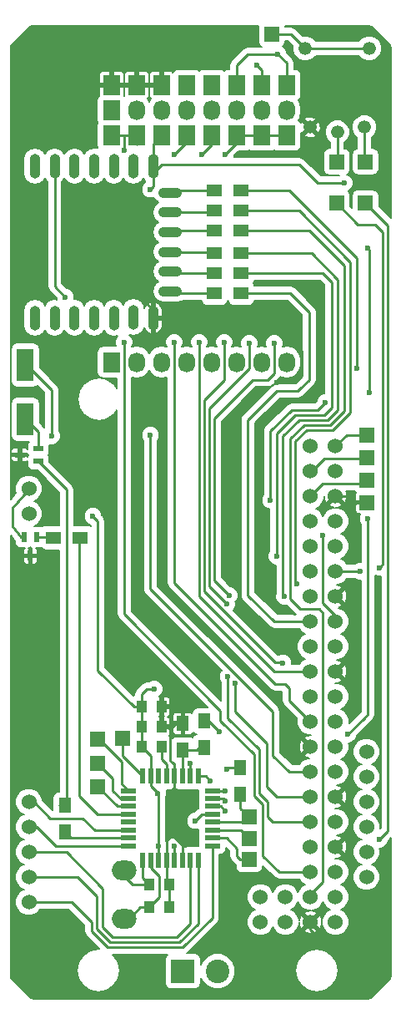
<source format=gbl>
%TF.GenerationSoftware,KiCad,Pcbnew,4.0.4-stable*%
%TF.CreationDate,2016-12-08T20:54:20+02:00*%
%TF.ProjectId,front_prototype,66726F6E745F70726F746F747970652E,rev?*%
%TF.FileFunction,Copper,L2,Bot,Signal*%
%FSLAX46Y46*%
G04 Gerber Fmt 4.6, Leading zero omitted, Abs format (unit mm)*
G04 Created by KiCad (PCBNEW 4.0.4-stable) date 12/08/16 20:54:20*
%MOMM*%
%LPD*%
G01*
G04 APERTURE LIST*
%ADD10C,0.100000*%
%ADD11C,1.524000*%
%ADD12R,1.000000X1.250000*%
%ADD13R,1.699260X3.299460*%
%ADD14R,0.550000X1.600000*%
%ADD15R,1.600000X0.550000*%
%ADD16R,1.000760X0.599440*%
%ADD17R,0.599440X1.000760*%
%ADD18R,1.300000X1.500000*%
%ADD19R,1.500000X1.300000*%
%ADD20R,1.500000X1.500000*%
%ADD21O,2.499360X1.998980*%
%ADD22R,1.727200X2.032000*%
%ADD23O,1.727200X2.032000*%
%ADD24C,2.400000*%
%ADD25R,2.400000X2.400000*%
%ADD26O,1.100000X2.500000*%
%ADD27O,2.400000X1.100000*%
%ADD28C,1.324000*%
%ADD29C,0.600000*%
%ADD30C,0.250000*%
%ADD31C,0.200000*%
G04 APERTURE END LIST*
D10*
D11*
X72644000Y-83312000D03*
X75184000Y-83312000D03*
X72644000Y-85852000D03*
X75184000Y-85852000D03*
X72644000Y-88392000D03*
X75184000Y-88392000D03*
X72644000Y-90932000D03*
X75184000Y-90932000D03*
X72644000Y-93472000D03*
X75184000Y-93472000D03*
X72644000Y-96012000D03*
X75184000Y-96012000D03*
X72644000Y-98552000D03*
X75184000Y-98552000D03*
X72644000Y-101092000D03*
X75184000Y-101092000D03*
X72644000Y-103632000D03*
X75184000Y-103632000D03*
X72644000Y-106172000D03*
X75184000Y-106172000D03*
X72644000Y-108712000D03*
X75184000Y-108712000D03*
X72644000Y-111252000D03*
X75184000Y-111252000D03*
X72644000Y-113792000D03*
X75184000Y-113792000D03*
X72644000Y-116332000D03*
X75184000Y-116332000D03*
X72644000Y-118872000D03*
X75184000Y-118872000D03*
X72644000Y-121412000D03*
X75184000Y-121412000D03*
X72644000Y-123952000D03*
X75184000Y-123952000D03*
X72644000Y-126492000D03*
X75184000Y-126492000D03*
X72644000Y-129032000D03*
X75184000Y-129032000D03*
X72644000Y-131572000D03*
X75184000Y-131572000D03*
X70104000Y-129032000D03*
X70104000Y-131572000D03*
X67564000Y-129032000D03*
X67564000Y-131572000D03*
D12*
X57515000Y-113792000D03*
X55515000Y-113792000D03*
X58277000Y-130048000D03*
X56277000Y-130048000D03*
X58277000Y-127762000D03*
X56277000Y-127762000D03*
D13*
X43688000Y-80601820D03*
X43688000Y-75100180D03*
D14*
X61220000Y-125281000D03*
X60420000Y-125281000D03*
X59620000Y-125281000D03*
X58820000Y-125281000D03*
X58020000Y-125281000D03*
X57220000Y-125281000D03*
X56420000Y-125281000D03*
X55620000Y-125281000D03*
D15*
X54170000Y-123831000D03*
X54170000Y-123031000D03*
X54170000Y-122231000D03*
X54170000Y-121431000D03*
X54170000Y-120631000D03*
X54170000Y-119831000D03*
X54170000Y-119031000D03*
X54170000Y-118231000D03*
D14*
X55620000Y-116781000D03*
X56420000Y-116781000D03*
X57220000Y-116781000D03*
X58020000Y-116781000D03*
X58820000Y-116781000D03*
X59620000Y-116781000D03*
X60420000Y-116781000D03*
X61220000Y-116781000D03*
D15*
X62670000Y-118231000D03*
X62670000Y-119031000D03*
X62670000Y-119831000D03*
X62670000Y-120631000D03*
X62670000Y-121431000D03*
X62670000Y-122231000D03*
X62670000Y-123031000D03*
X62670000Y-123831000D03*
D16*
X45018960Y-84851240D03*
X45018960Y-83550760D03*
X43119040Y-84201000D03*
D17*
X44846240Y-92522040D03*
X43545760Y-92522040D03*
X44196000Y-94421960D03*
D18*
X61849000Y-113872000D03*
X61849000Y-111172000D03*
X59690000Y-111426000D03*
X59690000Y-114126000D03*
D19*
X65612000Y-57404000D03*
X62912000Y-57404000D03*
X65612000Y-59436000D03*
X62912000Y-59436000D03*
X65612000Y-61468000D03*
X62912000Y-61468000D03*
X65612000Y-63754000D03*
X62912000Y-63754000D03*
X65612000Y-65786000D03*
X62912000Y-65786000D03*
X65612000Y-67818000D03*
X62912000Y-67818000D03*
D18*
X65532000Y-115871000D03*
X65532000Y-118571000D03*
X47752000Y-119681000D03*
X47752000Y-122381000D03*
D19*
X46529000Y-92583000D03*
X49229000Y-92583000D03*
D20*
X66421000Y-123063000D03*
X66421000Y-125222000D03*
X66421000Y-120904000D03*
X78359000Y-82169000D03*
X78359000Y-89027000D03*
X78359000Y-84455000D03*
X78359000Y-86741000D03*
D21*
X53721000Y-126337060D03*
X53721000Y-131218940D03*
D22*
X52451000Y-74803000D03*
D23*
X54991000Y-74803000D03*
X57531000Y-74803000D03*
X60071000Y-74803000D03*
X62611000Y-74803000D03*
X65151000Y-74803000D03*
X67691000Y-74803000D03*
X70231000Y-74803000D03*
D11*
X44040000Y-129530000D03*
X44040000Y-126990000D03*
X44040000Y-124450000D03*
X44040000Y-121910000D03*
X44040000Y-119370000D03*
X78330000Y-114290000D03*
X78330000Y-116830000D03*
X78330000Y-119370000D03*
X78330000Y-121910000D03*
X78330000Y-124450000D03*
X78330000Y-126990000D03*
X44040000Y-90160000D03*
X44040000Y-87620000D03*
D20*
X51054000Y-113030000D03*
X53594000Y-112903000D03*
X51054000Y-117856000D03*
X51054000Y-115443000D03*
D12*
X55515000Y-111760000D03*
X57515000Y-111760000D03*
X55515000Y-109728000D03*
X57515000Y-109728000D03*
D24*
X63190000Y-136525000D03*
D25*
X59690000Y-136525000D03*
D26*
X44672000Y-54926000D03*
X46672000Y-54926000D03*
X48672000Y-54926000D03*
X50672000Y-54926000D03*
X52672000Y-54926000D03*
X54672000Y-54926000D03*
X56672000Y-54926000D03*
D27*
X58422000Y-57616000D03*
X58422000Y-59616000D03*
X58422000Y-61616000D03*
X58422000Y-63616000D03*
X58422000Y-65616000D03*
X58422000Y-67616000D03*
D26*
X56672000Y-70326000D03*
X54672000Y-70226000D03*
X52672000Y-70326000D03*
X50672000Y-70326000D03*
X48672000Y-70326000D03*
X46672000Y-70326000D03*
X44672000Y-70326000D03*
D28*
X78111800Y-50985800D03*
X72611800Y-50985800D03*
X75361800Y-51485800D03*
X78611800Y-42985800D03*
X72111800Y-42985800D03*
D20*
X75311000Y-54483000D03*
X78232000Y-54483000D03*
X68707000Y-41529000D03*
X75311000Y-58674000D03*
X78232000Y-58674000D03*
D22*
X52451000Y-49276000D03*
D23*
X54991000Y-49276000D03*
X57531000Y-49276000D03*
X60071000Y-49276000D03*
X62611000Y-49276000D03*
X65151000Y-49276000D03*
X67691000Y-49276000D03*
X70231000Y-49276000D03*
D22*
X52451000Y-51816000D03*
X52451000Y-46736000D03*
X54991000Y-51816000D03*
X54991000Y-46736000D03*
X57531000Y-51816000D03*
X57531000Y-46736000D03*
X60071000Y-51816000D03*
X60071000Y-46736000D03*
X62611000Y-51816000D03*
X62611000Y-46736000D03*
X65151000Y-51816000D03*
X65151000Y-46736000D03*
X67691000Y-51816000D03*
X67691000Y-46736000D03*
X70231000Y-51816000D03*
X70231000Y-46736000D03*
D29*
X56769000Y-107950000D03*
X50546000Y-90424000D03*
X56388000Y-57277000D03*
X57150000Y-118491000D03*
X64135000Y-116078000D03*
X78613000Y-77851000D03*
X78486000Y-63246000D03*
X76073000Y-56642000D03*
X46355000Y-82296000D03*
X57220000Y-123825000D03*
X58801000Y-123825000D03*
X43180000Y-52070000D03*
X43180000Y-50800000D03*
X43180000Y-49530000D03*
X43180000Y-48260000D03*
X43180000Y-46990000D03*
X43180000Y-45720000D03*
X43180000Y-44450000D03*
X43180000Y-43180000D03*
X44450000Y-41910000D03*
X45720000Y-41910000D03*
X46990000Y-41910000D03*
X48260000Y-41910000D03*
X49530000Y-41910000D03*
X50800000Y-41910000D03*
X52070000Y-41910000D03*
X53340000Y-41910000D03*
X54610000Y-41910000D03*
X55880000Y-41910000D03*
X57150000Y-41910000D03*
X58420000Y-41910000D03*
X59690000Y-41910000D03*
X60960000Y-41910000D03*
X62230000Y-41910000D03*
X63500000Y-41910000D03*
X64770000Y-41910000D03*
X66040000Y-41910000D03*
X73660000Y-41910000D03*
X74930000Y-41910000D03*
X76200000Y-41910000D03*
X80010000Y-45085000D03*
X80010000Y-46990000D03*
X80010000Y-48260000D03*
X80010000Y-49530000D03*
X80010000Y-50800000D03*
X80010000Y-52070000D03*
X52451000Y-44450000D03*
X57531000Y-44450000D03*
X54991000Y-44450000D03*
X69850000Y-102235000D03*
X68580000Y-102235000D03*
X67310000Y-100965000D03*
X66040000Y-99695000D03*
X64770000Y-96520000D03*
X64770000Y-94615000D03*
X64770000Y-92710000D03*
X64770000Y-90805000D03*
X64770000Y-88900000D03*
X64770000Y-86995000D03*
X64770000Y-85090000D03*
X64770000Y-83185000D03*
X64770000Y-81280000D03*
X65405000Y-80010000D03*
X66675000Y-78740000D03*
X67945000Y-77470000D03*
X69215000Y-76835000D03*
X71120000Y-73025000D03*
X71120000Y-71755000D03*
X71120000Y-70485000D03*
X71120000Y-66802000D03*
X72390000Y-67310000D03*
X73660000Y-68580000D03*
X73660000Y-69850000D03*
X73660000Y-71120000D03*
X73660000Y-72390000D03*
X73660000Y-73660000D03*
X73660000Y-74930000D03*
X73660000Y-76200000D03*
X73660000Y-77470000D03*
X72390000Y-78740000D03*
X71120000Y-78740000D03*
X69850000Y-78740000D03*
X68580000Y-80010000D03*
X67310000Y-81280000D03*
X67310000Y-82550000D03*
X67310000Y-83820000D03*
X67310000Y-85090000D03*
X67310000Y-86360000D03*
X67310000Y-87630000D03*
X67310000Y-88900000D03*
X67310000Y-90170000D03*
X67310000Y-91440000D03*
X67310000Y-92710000D03*
X67310000Y-93980000D03*
X67310000Y-95250000D03*
X67310000Y-96520000D03*
X67310000Y-97790000D03*
X68580000Y-99060000D03*
X69850000Y-100076000D03*
X54610000Y-138430000D03*
X55880000Y-138430000D03*
X57150000Y-138430000D03*
X58420000Y-138684000D03*
X59690000Y-138684000D03*
X60960000Y-138684000D03*
X62230000Y-138684000D03*
X63500000Y-138684000D03*
X64770000Y-138684000D03*
X66040000Y-138430000D03*
X67310000Y-138430000D03*
X68580000Y-138430000D03*
X69850000Y-138430000D03*
X76200000Y-138430000D03*
X77470000Y-138430000D03*
X78740000Y-138430000D03*
X80010000Y-137160000D03*
X80010000Y-135890000D03*
X80010000Y-134620000D03*
X80010000Y-133350000D03*
X80010000Y-132080000D03*
X80010000Y-128270000D03*
X80010000Y-129540000D03*
X80010000Y-130810000D03*
X49530000Y-138430000D03*
X43180000Y-132080000D03*
X43180000Y-133350000D03*
X43180000Y-134620000D03*
X43180000Y-135890000D03*
X43180000Y-137160000D03*
X44450000Y-138430000D03*
X45720000Y-138430000D03*
X46990000Y-138430000D03*
X48260000Y-138430000D03*
X53340000Y-138430000D03*
X43180000Y-94488000D03*
X43180000Y-116840000D03*
X43180000Y-115570000D03*
X43180000Y-114300000D03*
X43180000Y-113030000D03*
X43180000Y-111760000D03*
X43180000Y-110490000D03*
X43180000Y-109220000D03*
X43180000Y-107950000D03*
X43180000Y-106680000D03*
X43180000Y-105410000D03*
X43180000Y-104140000D03*
X43180000Y-102870000D03*
X43180000Y-101600000D03*
X43180000Y-100330000D03*
X43180000Y-99060000D03*
X43180000Y-97790000D03*
X43180000Y-96520000D03*
X71247000Y-104902000D03*
X56515000Y-67945000D03*
X59690000Y-109728000D03*
X51181000Y-67437000D03*
X43053000Y-83058000D03*
X60452000Y-115443000D03*
X62484000Y-117221000D03*
X64008000Y-118237000D03*
X64008000Y-119253000D03*
X64008000Y-120269000D03*
X60960000Y-121285000D03*
X53721000Y-53340000D03*
X53721000Y-72771000D03*
X65024000Y-107315000D03*
X64389000Y-98425000D03*
X69342000Y-43561000D03*
X68961000Y-72898000D03*
X63881000Y-72771000D03*
X69850000Y-105283000D03*
X64008000Y-53721000D03*
X64135000Y-99314000D03*
X66421000Y-72898000D03*
X67183000Y-44704000D03*
X64262000Y-106680000D03*
X58801000Y-72771000D03*
X58801000Y-53721000D03*
X61341000Y-72771000D03*
X61595000Y-53721000D03*
X63373000Y-112268000D03*
X76454000Y-112522000D03*
X78486000Y-90678000D03*
X68580000Y-88773000D03*
X77343000Y-75438000D03*
X74168000Y-78867000D03*
X73914000Y-92329000D03*
X71247000Y-97282000D03*
X69977000Y-98552000D03*
X69215000Y-94488000D03*
X79629000Y-95631000D03*
X77724000Y-96012000D03*
X47752000Y-68199000D03*
X56388000Y-82169000D03*
X79629000Y-123190000D03*
D30*
X58020000Y-116781000D02*
X58020000Y-115551000D01*
X57515000Y-115046000D02*
X57515000Y-113792000D01*
X58020000Y-115551000D02*
X57515000Y-115046000D01*
X57531000Y-51435000D02*
X57531000Y-52197000D01*
X56134000Y-107950000D02*
X56007000Y-107950000D01*
X56769000Y-107950000D02*
X56134000Y-107950000D01*
X55515000Y-108442000D02*
X55515000Y-109728000D01*
X56007000Y-107950000D02*
X55515000Y-108442000D01*
X55515000Y-109728000D02*
X54737000Y-109728000D01*
X50546000Y-90424000D02*
X51054000Y-90932000D01*
X51054000Y-90932000D02*
X51054000Y-106045000D01*
X54737000Y-109728000D02*
X51054000Y-106045000D01*
X55515000Y-111760000D02*
X55515000Y-109728000D01*
X55515000Y-113792000D02*
X55515000Y-111760000D01*
X56672000Y-56993000D02*
X56672000Y-55626000D01*
X56388000Y-57277000D02*
X56672000Y-56993000D01*
X65532000Y-115871000D02*
X64342000Y-115871000D01*
X57150000Y-118491000D02*
X57220000Y-118561000D01*
X64342000Y-115871000D02*
X64135000Y-116078000D01*
X78613000Y-77851000D02*
X78613000Y-76073000D01*
X78613000Y-76073000D02*
X78613000Y-63373000D01*
X78613000Y-63373000D02*
X78486000Y-63246000D01*
X76073000Y-56642000D02*
X73406000Y-56642000D01*
X43688000Y-75100180D02*
X43858180Y-75100180D01*
X43858180Y-75100180D02*
X46355000Y-77597000D01*
X46355000Y-77597000D02*
X46355000Y-82296000D01*
X56672000Y-55626000D02*
X56672000Y-55596000D01*
X56672000Y-55596000D02*
X57531000Y-54737000D01*
X71501000Y-54737000D02*
X73406000Y-56642000D01*
X57531000Y-54737000D02*
X71501000Y-54737000D01*
X44040000Y-90160000D02*
X44333000Y-90160000D01*
X56672000Y-55626000D02*
X56672000Y-52675000D01*
X56672000Y-52675000D02*
X57531000Y-51816000D01*
X56420000Y-116781000D02*
X56420000Y-114697000D01*
X56420000Y-114697000D02*
X55515000Y-113792000D01*
X58820000Y-125281000D02*
X58820000Y-123844000D01*
X58801000Y-123825000D02*
X58820000Y-123844000D01*
X57220000Y-125281000D02*
X57220000Y-123825000D01*
X57220000Y-123825000D02*
X57220000Y-118561000D01*
X56420000Y-117761000D02*
X56420000Y-116781000D01*
X57220000Y-118561000D02*
X56420000Y-117761000D01*
X56672000Y-55626000D02*
X56672000Y-54386000D01*
X48514000Y-46736000D02*
X43180000Y-52070000D01*
X43180000Y-50800000D02*
X43180000Y-49530000D01*
X43180000Y-48260000D02*
X43180000Y-46990000D01*
X43180000Y-45720000D02*
X43180000Y-44450000D01*
X43180000Y-43180000D02*
X44450000Y-41910000D01*
X45720000Y-41910000D02*
X46990000Y-41910000D01*
X48260000Y-41910000D02*
X49530000Y-41910000D01*
X50800000Y-41910000D02*
X52070000Y-41910000D01*
X53340000Y-41910000D02*
X54610000Y-41910000D01*
X55880000Y-41910000D02*
X57150000Y-41910000D01*
X58420000Y-41910000D02*
X59690000Y-41910000D01*
X60960000Y-41910000D02*
X62230000Y-41910000D01*
X63500000Y-41910000D02*
X64770000Y-41910000D01*
X74930000Y-41910000D02*
X76200000Y-41910000D01*
X80010000Y-45085000D02*
X80010000Y-46990000D01*
X80010000Y-48260000D02*
X80010000Y-49530000D01*
X80010000Y-52070000D02*
X80010000Y-50800000D01*
X48514000Y-46736000D02*
X52451000Y-46736000D01*
X52451000Y-46736000D02*
X52451000Y-44450000D01*
X57531000Y-46736000D02*
X57531000Y-44450000D01*
X54991000Y-46736000D02*
X54991000Y-44450000D01*
X54991000Y-46736000D02*
X57531000Y-46736000D01*
X52451000Y-46736000D02*
X54991000Y-46736000D01*
X69850000Y-102235000D02*
X68580000Y-102235000D01*
X67310000Y-100965000D02*
X66040000Y-99695000D01*
X64770000Y-96520000D02*
X64770000Y-94615000D01*
X64770000Y-92710000D02*
X64770000Y-90805000D01*
X64770000Y-88900000D02*
X64770000Y-86995000D01*
X64770000Y-85090000D02*
X64770000Y-83185000D01*
X64770000Y-81280000D02*
X64770000Y-80645000D01*
X64770000Y-80645000D02*
X65405000Y-80010000D01*
X66675000Y-78740000D02*
X67945000Y-77470000D01*
X69215000Y-76835000D02*
X71120000Y-76835000D01*
X71120000Y-76835000D02*
X71755000Y-76200000D01*
X71755000Y-76200000D02*
X71755000Y-73660000D01*
X71755000Y-73660000D02*
X71120000Y-73025000D01*
X71120000Y-71755000D02*
X71120000Y-70485000D01*
X71120000Y-100330000D02*
X69850000Y-100076000D01*
X73660000Y-68580000D02*
X72390000Y-67310000D01*
X73660000Y-71120000D02*
X73660000Y-69850000D01*
X73660000Y-73660000D02*
X73660000Y-72390000D01*
X73660000Y-76200000D02*
X73660000Y-74930000D01*
X72390000Y-78740000D02*
X73660000Y-77470000D01*
X69850000Y-78740000D02*
X71120000Y-78740000D01*
X67310000Y-81280000D02*
X68580000Y-80010000D01*
X67310000Y-83820000D02*
X67310000Y-82550000D01*
X67310000Y-86360000D02*
X67310000Y-85090000D01*
X67310000Y-88900000D02*
X67310000Y-87630000D01*
X67310000Y-91440000D02*
X67310000Y-90170000D01*
X67310000Y-93980000D02*
X67310000Y-92710000D01*
X67310000Y-96520000D02*
X67310000Y-95250000D01*
X68580000Y-99060000D02*
X67310000Y-97790000D01*
X76200000Y-138430000D02*
X75946000Y-138430000D01*
X53340000Y-138430000D02*
X54610000Y-138430000D01*
X57150000Y-138430000D02*
X55880000Y-138430000D01*
X59690000Y-138430000D02*
X58420000Y-138430000D01*
X62230000Y-138430000D02*
X60960000Y-138430000D01*
X64770000Y-138430000D02*
X63500000Y-138430000D01*
X67310000Y-138430000D02*
X66040000Y-138430000D01*
X69850000Y-138430000D02*
X68580000Y-138430000D01*
X77470000Y-138430000D02*
X76200000Y-138430000D01*
X80010000Y-137160000D02*
X78740000Y-138430000D01*
X80010000Y-134620000D02*
X80010000Y-135890000D01*
X80010000Y-132080000D02*
X80010000Y-133350000D01*
X80010000Y-129540000D02*
X80010000Y-128270000D01*
X77470000Y-133350000D02*
X80010000Y-130810000D01*
X73660000Y-133350000D02*
X77470000Y-133350000D01*
X73660000Y-133350000D02*
X72644000Y-132334000D01*
X70358000Y-138938000D02*
X69850000Y-138430000D01*
X75438000Y-138938000D02*
X70358000Y-138938000D01*
X75946000Y-138430000D02*
X75438000Y-138938000D01*
X49530000Y-138430000D02*
X50038000Y-138938000D01*
X52705000Y-138938000D02*
X50038000Y-138938000D01*
X53213000Y-138430000D02*
X52705000Y-138938000D01*
X53213000Y-138430000D02*
X53340000Y-138430000D01*
X43180000Y-134620000D02*
X43180000Y-133350000D01*
X43180000Y-137160000D02*
X43180000Y-135890000D01*
X45720000Y-138430000D02*
X44450000Y-138430000D01*
X48260000Y-138430000D02*
X46990000Y-138430000D01*
X72644000Y-131572000D02*
X72644000Y-132334000D01*
X43246040Y-94421960D02*
X43180000Y-94488000D01*
X44196000Y-94421960D02*
X43246040Y-94421960D01*
X43180000Y-114300000D02*
X43180000Y-115570000D01*
X43180000Y-111760000D02*
X43180000Y-113030000D01*
X43180000Y-109220000D02*
X43180000Y-110490000D01*
X43180000Y-106680000D02*
X43180000Y-107950000D01*
X43180000Y-104140000D02*
X43180000Y-105410000D01*
X43180000Y-101600000D02*
X43180000Y-102870000D01*
X43180000Y-99060000D02*
X43180000Y-100330000D01*
X43180000Y-96520000D02*
X43180000Y-97790000D01*
X56672000Y-68102000D02*
X56672000Y-69626000D01*
X56515000Y-67945000D02*
X56672000Y-68102000D01*
X57515000Y-111760000D02*
X58166000Y-111760000D01*
X58166000Y-111760000D02*
X58420000Y-112014000D01*
X58820000Y-119888000D02*
X59563000Y-119888000D01*
X59690000Y-111426000D02*
X59690000Y-109728000D01*
X51181000Y-67437000D02*
X54610000Y-67437000D01*
X54610000Y-67437000D02*
X56672000Y-69499000D01*
X56672000Y-69626000D02*
X56672000Y-69499000D01*
X43119040Y-84201000D02*
X43119040Y-83124040D01*
X43119040Y-83124040D02*
X43053000Y-83058000D01*
X58820000Y-116781000D02*
X58820000Y-115589000D01*
X59008000Y-111426000D02*
X59690000Y-111426000D01*
X58420000Y-112014000D02*
X59008000Y-111426000D01*
X58420000Y-115189000D02*
X58420000Y-112014000D01*
X58820000Y-115589000D02*
X58420000Y-115189000D01*
X58277000Y-127762000D02*
X58277000Y-130048000D01*
X58020000Y-125281000D02*
X58020000Y-127505000D01*
X58020000Y-127505000D02*
X58277000Y-127762000D01*
X58020000Y-127378000D02*
X58404000Y-127762000D01*
X58820000Y-122936000D02*
X58420000Y-122936000D01*
X58020000Y-123336000D02*
X58020000Y-125281000D01*
X58420000Y-122936000D02*
X58020000Y-123336000D01*
X58820000Y-116781000D02*
X58820000Y-119888000D01*
X58820000Y-119888000D02*
X58820000Y-122936000D01*
X58820000Y-122936000D02*
X58820000Y-122955000D01*
X59620000Y-123755000D02*
X59620000Y-125281000D01*
X58820000Y-122955000D02*
X59620000Y-123755000D01*
X75184000Y-88392000D02*
X76327000Y-88392000D01*
X76962000Y-89027000D02*
X78359000Y-89027000D01*
X76327000Y-88392000D02*
X76962000Y-89027000D01*
X53721000Y-131218940D02*
X54201060Y-131218940D01*
X54201060Y-131218940D02*
X55372000Y-130048000D01*
X55372000Y-130048000D02*
X56277000Y-130048000D01*
X56420000Y-125281000D02*
X56420000Y-126016000D01*
X56420000Y-126016000D02*
X57277000Y-126873000D01*
X57277000Y-126873000D02*
X57277000Y-129048000D01*
X57277000Y-129048000D02*
X56277000Y-130048000D01*
X53721000Y-131853940D02*
X54471060Y-131853940D01*
X53721000Y-126337060D02*
X53721000Y-126873000D01*
X53721000Y-126873000D02*
X54610000Y-127762000D01*
X54610000Y-127762000D02*
X56277000Y-127762000D01*
X53721000Y-126972060D02*
X53820060Y-126972060D01*
X55620000Y-125281000D02*
X55620000Y-127105000D01*
X55620000Y-127105000D02*
X56277000Y-127762000D01*
X43688000Y-80601820D02*
X43771820Y-80601820D01*
X43771820Y-80601820D02*
X45018960Y-81848960D01*
X45018960Y-81848960D02*
X45018960Y-83550760D01*
X61220000Y-125281000D02*
X61220000Y-131693000D01*
X49012000Y-126990000D02*
X44040000Y-126990000D01*
X50927000Y-128905000D02*
X49012000Y-126990000D01*
X50927000Y-132207000D02*
X50927000Y-128905000D01*
X52324000Y-133604000D02*
X50927000Y-132207000D01*
X59309000Y-133604000D02*
X52324000Y-133604000D01*
X61220000Y-131693000D02*
X59309000Y-133604000D01*
X44040000Y-124450000D02*
X47869000Y-124450000D01*
X60420000Y-131731000D02*
X60420000Y-125281000D01*
X59055000Y-133096000D02*
X60420000Y-131731000D01*
X52578000Y-133096000D02*
X59055000Y-133096000D01*
X51562000Y-132080000D02*
X52578000Y-133096000D01*
X51562000Y-128143000D02*
X51562000Y-132080000D01*
X47869000Y-124450000D02*
X51562000Y-128143000D01*
X44040000Y-121910000D02*
X44821000Y-121910000D01*
X46742000Y-123831000D02*
X54170000Y-123831000D01*
X44821000Y-121910000D02*
X46742000Y-123831000D01*
X44040000Y-121910000D02*
X44059000Y-121910000D01*
X54170000Y-123031000D02*
X48402000Y-123031000D01*
X48402000Y-123031000D02*
X47752000Y-122381000D01*
X44040000Y-119370000D02*
X44567000Y-119370000D01*
X44567000Y-119370000D02*
X46228000Y-121031000D01*
X46228000Y-121031000D02*
X49530000Y-121031000D01*
X49530000Y-121031000D02*
X50730000Y-122231000D01*
X50730000Y-122231000D02*
X54170000Y-122231000D01*
X54170000Y-120631000D02*
X54151000Y-120650000D01*
X54151000Y-120650000D02*
X51054000Y-120650000D01*
X51054000Y-120650000D02*
X49149000Y-118745000D01*
X49149000Y-118745000D02*
X49149000Y-92663000D01*
X49149000Y-92663000D02*
X49229000Y-92583000D01*
X54170000Y-119831000D02*
X53029000Y-119831000D01*
X53029000Y-119831000D02*
X51054000Y-117856000D01*
X54170000Y-119031000D02*
X53372000Y-119031000D01*
X53372000Y-119031000D02*
X52578000Y-118237000D01*
X52578000Y-118237000D02*
X52578000Y-116967000D01*
X52578000Y-116967000D02*
X51054000Y-115443000D01*
X51054000Y-113030000D02*
X51181000Y-113030000D01*
X51181000Y-113030000D02*
X53467000Y-115316000D01*
X53467000Y-115316000D02*
X53467000Y-117528000D01*
X53467000Y-117528000D02*
X54170000Y-118231000D01*
X55620000Y-116781000D02*
X55620000Y-116707000D01*
X55620000Y-116707000D02*
X53594000Y-114681000D01*
X53594000Y-114681000D02*
X53594000Y-112903000D01*
X60420000Y-115475000D02*
X60420000Y-116781000D01*
X60452000Y-115443000D02*
X60420000Y-115475000D01*
X61220000Y-116781000D02*
X62044000Y-116781000D01*
X62044000Y-116781000D02*
X62484000Y-117221000D01*
X62670000Y-118231000D02*
X64002000Y-118231000D01*
X64002000Y-118231000D02*
X64008000Y-118237000D01*
X62670000Y-119031000D02*
X63786000Y-119031000D01*
X63786000Y-119031000D02*
X64008000Y-119253000D01*
X62670000Y-119831000D02*
X63570000Y-119831000D01*
X63570000Y-119831000D02*
X64008000Y-120269000D01*
X62670000Y-120631000D02*
X61614000Y-120631000D01*
X61614000Y-120631000D02*
X60960000Y-121285000D01*
X65532000Y-118571000D02*
X65532000Y-120015000D01*
X65532000Y-120015000D02*
X66421000Y-120904000D01*
X62670000Y-121431000D02*
X65894000Y-121431000D01*
X65894000Y-121431000D02*
X66421000Y-120904000D01*
X62670000Y-122231000D02*
X65589000Y-122231000D01*
X65589000Y-122231000D02*
X66421000Y-123063000D01*
X62670000Y-123031000D02*
X64103000Y-123031000D01*
X65532000Y-125222000D02*
X66421000Y-125222000D01*
X65151000Y-124841000D02*
X65532000Y-125222000D01*
X65151000Y-124079000D02*
X65151000Y-124841000D01*
X64103000Y-123031000D02*
X65151000Y-124079000D01*
X44040000Y-129530000D02*
X48377000Y-129530000D01*
X62670000Y-131132000D02*
X62670000Y-123831000D01*
X59690000Y-134112000D02*
X62670000Y-131132000D01*
X52070000Y-134112000D02*
X59690000Y-134112000D01*
X50419000Y-132461000D02*
X52070000Y-134112000D01*
X50419000Y-131572000D02*
X50419000Y-132461000D01*
X48377000Y-129530000D02*
X50419000Y-131572000D01*
X44069000Y-129559000D02*
X44040000Y-129530000D01*
X78111800Y-50985800D02*
X78111800Y-54362800D01*
X78111800Y-54362800D02*
X78232000Y-54483000D01*
X75361800Y-51485800D02*
X75361800Y-54432200D01*
X75361800Y-54432200D02*
X75311000Y-54483000D01*
X72111800Y-42985800D02*
X78611800Y-42985800D01*
X68707000Y-41529000D02*
X70655000Y-41529000D01*
X70655000Y-41529000D02*
X72111800Y-42985800D01*
X72644000Y-126492000D02*
X69469000Y-126492000D01*
X53721000Y-53340000D02*
X53721000Y-51816000D01*
X53721000Y-100330000D02*
X53721000Y-72771000D01*
X63500000Y-110109000D02*
X53721000Y-100330000D01*
X63500000Y-111125000D02*
X63500000Y-110109000D01*
X66929000Y-114554000D02*
X63500000Y-111125000D01*
X66929000Y-118745000D02*
X66929000Y-114554000D01*
X67818000Y-119634000D02*
X66929000Y-118745000D01*
X67818000Y-124841000D02*
X67818000Y-119634000D01*
X69469000Y-126492000D02*
X67818000Y-124841000D01*
X54991000Y-52705000D02*
X54991000Y-51816000D01*
X52451000Y-51816000D02*
X53721000Y-51816000D01*
X53721000Y-51816000D02*
X54991000Y-51816000D01*
X65024000Y-110236000D02*
X65024000Y-107315000D01*
X68199000Y-113411000D02*
X65024000Y-110236000D01*
X72644000Y-118872000D02*
X69215000Y-118872000D01*
X68199000Y-117856000D02*
X68199000Y-113665000D01*
X69215000Y-118872000D02*
X68199000Y-117856000D01*
X68199000Y-113665000D02*
X68199000Y-113411000D01*
X64389000Y-98425000D02*
X62865000Y-96901000D01*
X62865000Y-96901000D02*
X62865000Y-80518000D01*
X62865000Y-80518000D02*
X66802000Y-76581000D01*
X66802000Y-76581000D02*
X68326000Y-76581000D01*
X68326000Y-76581000D02*
X68961000Y-75946000D01*
X68961000Y-75946000D02*
X68961000Y-72898000D01*
X65151000Y-46736000D02*
X65151000Y-44704000D01*
X65151000Y-44704000D02*
X66294000Y-43561000D01*
X66294000Y-43561000D02*
X69342000Y-43561000D01*
X70231000Y-44450000D02*
X70231000Y-46736000D01*
X69342000Y-43561000D02*
X70231000Y-44450000D01*
X72644000Y-118872000D02*
X72644000Y-118745000D01*
X72644000Y-118872000D02*
X72644000Y-118491000D01*
X69024500Y-105219500D02*
X61849000Y-98044000D01*
X61849000Y-98044000D02*
X61849000Y-78613000D01*
X61849000Y-78613000D02*
X63881000Y-76581000D01*
X63881000Y-76581000D02*
X63881000Y-72771000D01*
X69786500Y-105219500D02*
X69024500Y-105219500D01*
X69850000Y-105283000D02*
X69786500Y-105219500D01*
X64008000Y-53721000D02*
X65151000Y-52578000D01*
X65151000Y-52578000D02*
X65151000Y-51816000D01*
X67691000Y-52451000D02*
X67691000Y-51816000D01*
X65151000Y-51816000D02*
X67691000Y-51816000D01*
X67691000Y-51816000D02*
X70231000Y-51816000D01*
X62357000Y-79502000D02*
X62357000Y-97536000D01*
X62357000Y-97536000D02*
X64135000Y-99314000D01*
X67691000Y-45212000D02*
X67691000Y-46736000D01*
X66421000Y-75438000D02*
X63119000Y-78740000D01*
X66421000Y-72898000D02*
X66421000Y-75438000D01*
X67691000Y-45212000D02*
X67183000Y-44704000D01*
X63119000Y-78740000D02*
X62357000Y-79502000D01*
X64262000Y-109601000D02*
X64262000Y-106680000D01*
X64262000Y-110871000D02*
X64262000Y-109601000D01*
X72644000Y-121412000D02*
X68834000Y-121412000D01*
X67437000Y-118491000D02*
X67437000Y-114046000D01*
X68326000Y-119380000D02*
X67437000Y-118491000D01*
X68326000Y-120904000D02*
X68326000Y-119380000D01*
X68834000Y-121412000D02*
X68326000Y-120904000D01*
X67437000Y-114046000D02*
X64262000Y-110871000D01*
X45018960Y-84851240D02*
X47879000Y-87711280D01*
X47879000Y-87711280D02*
X47879000Y-119554000D01*
X47879000Y-119554000D02*
X47752000Y-119681000D01*
X47752000Y-119681000D02*
X47164000Y-119681000D01*
X44846240Y-92522040D02*
X46468040Y-92522040D01*
X46468040Y-92522040D02*
X46529000Y-92583000D01*
X60071000Y-52451000D02*
X58801000Y-53721000D01*
X70485000Y-109093000D02*
X72644000Y-111252000D01*
X70485000Y-107823000D02*
X70485000Y-109093000D01*
X70104000Y-107442000D02*
X70485000Y-107823000D01*
X69088000Y-107442000D02*
X70104000Y-107442000D01*
X58801000Y-97155000D02*
X69088000Y-107442000D01*
X58801000Y-81788000D02*
X58801000Y-97155000D01*
X58801000Y-72771000D02*
X58801000Y-81788000D01*
X60071000Y-51816000D02*
X60071000Y-52451000D01*
X60071000Y-51816000D02*
X60071000Y-52197000D01*
X72644000Y-106172000D02*
X68961000Y-106172000D01*
X61341000Y-98552000D02*
X61341000Y-73533000D01*
X68961000Y-106172000D02*
X61341000Y-98552000D01*
X61341000Y-73533000D02*
X61341000Y-72771000D01*
X61595000Y-53721000D02*
X62611000Y-52705000D01*
X62611000Y-52705000D02*
X62611000Y-51816000D01*
X62277000Y-111172000D02*
X63373000Y-112268000D01*
X78105000Y-110871000D02*
X76454000Y-112522000D01*
X78486000Y-110490000D02*
X78105000Y-110871000D01*
X78486000Y-90678000D02*
X78486000Y-110490000D01*
X61849000Y-111172000D02*
X62277000Y-111172000D01*
X75184000Y-83312000D02*
X76327000Y-82169000D01*
X76327000Y-82169000D02*
X78486000Y-82169000D01*
X68580000Y-81788000D02*
X68580000Y-88773000D01*
X75184000Y-101092000D02*
X75184000Y-100457000D01*
X75184000Y-100457000D02*
X73914000Y-99187000D01*
X73914000Y-99187000D02*
X73914000Y-98933000D01*
X70485000Y-57404000D02*
X77343000Y-64262000D01*
X77343000Y-64262000D02*
X77343000Y-75438000D01*
X74168000Y-78867000D02*
X73406000Y-79629000D01*
X73406000Y-79629000D02*
X70739000Y-79629000D01*
X70739000Y-79629000D02*
X68580000Y-81788000D01*
X65612000Y-57404000D02*
X70485000Y-57404000D01*
X73914000Y-97155000D02*
X73914000Y-98933000D01*
X73914000Y-92329000D02*
X73914000Y-97155000D01*
X62912000Y-57404000D02*
X58634000Y-57404000D01*
X58634000Y-57404000D02*
X58422000Y-57616000D01*
X62700000Y-57616000D02*
X62912000Y-57404000D01*
X71501000Y-59436000D02*
X65612000Y-59436000D01*
X76708000Y-64643000D02*
X71501000Y-59436000D01*
X76708000Y-79883000D02*
X76708000Y-64643000D01*
X74930000Y-81661000D02*
X76708000Y-79883000D01*
X72263000Y-81661000D02*
X74930000Y-81661000D01*
X71120000Y-82804000D02*
X72263000Y-81661000D01*
X71120000Y-97155000D02*
X71120000Y-82804000D01*
X71247000Y-97282000D02*
X71120000Y-97155000D01*
X58422000Y-59616000D02*
X62732000Y-59616000D01*
X62732000Y-59616000D02*
X62912000Y-59436000D01*
X62732000Y-59616000D02*
X62912000Y-59436000D01*
X65612000Y-61468000D02*
X72517000Y-61468000D01*
X73914000Y-127508000D02*
X73914000Y-102870000D01*
X73914000Y-127508000D02*
X72644000Y-128778000D01*
X73914000Y-100203000D02*
X73914000Y-102870000D01*
X73533000Y-99822000D02*
X73914000Y-100203000D01*
X71628000Y-99822000D02*
X73533000Y-99822000D01*
X70612000Y-98806000D02*
X71628000Y-99822000D01*
X70612000Y-82550000D02*
X70612000Y-98806000D01*
X72009000Y-81153000D02*
X70612000Y-82550000D01*
X74676000Y-81153000D02*
X72009000Y-81153000D01*
X76073000Y-79756000D02*
X74676000Y-81153000D01*
X76073000Y-65024000D02*
X76073000Y-79756000D01*
X72517000Y-61468000D02*
X76073000Y-65024000D01*
X72644000Y-129032000D02*
X72644000Y-128778000D01*
X62912000Y-61468000D02*
X58570000Y-61468000D01*
X58570000Y-61468000D02*
X58422000Y-61616000D01*
X62764000Y-61616000D02*
X62912000Y-61468000D01*
X69850000Y-98298000D02*
X69850000Y-98425000D01*
X69850000Y-98298000D02*
X69850000Y-82550000D01*
X71755000Y-80645000D02*
X74422000Y-80645000D01*
X74422000Y-80645000D02*
X75438000Y-79629000D01*
X75438000Y-79629000D02*
X75438000Y-66421000D01*
X75438000Y-66421000D02*
X72771000Y-63754000D01*
X65612000Y-63754000D02*
X72771000Y-63754000D01*
X71501000Y-80645000D02*
X71755000Y-80645000D01*
X69850000Y-82296000D02*
X71501000Y-80645000D01*
X69850000Y-82550000D02*
X69850000Y-82296000D01*
X69850000Y-98425000D02*
X69977000Y-98552000D01*
X72644000Y-98552000D02*
X72263000Y-98552000D01*
X58422000Y-63616000D02*
X62774000Y-63616000D01*
X62774000Y-63616000D02*
X62912000Y-63754000D01*
X62774000Y-63616000D02*
X62912000Y-63754000D01*
X73914000Y-65786000D02*
X74803000Y-66675000D01*
X74803000Y-66675000D02*
X74803000Y-79375000D01*
X74803000Y-79375000D02*
X74041000Y-80137000D01*
X74041000Y-80137000D02*
X71501000Y-80137000D01*
X73914000Y-65786000D02*
X65612000Y-65786000D01*
X71120000Y-80137000D02*
X71501000Y-80137000D01*
X69215000Y-82042000D02*
X71120000Y-80137000D01*
X69215000Y-84074000D02*
X69215000Y-82042000D01*
X69215000Y-89154000D02*
X69215000Y-84074000D01*
X69215000Y-94488000D02*
X69215000Y-89154000D01*
X62912000Y-65786000D02*
X58592000Y-65786000D01*
X58592000Y-65786000D02*
X58422000Y-65616000D01*
X62742000Y-65616000D02*
X62912000Y-65786000D01*
X71628000Y-77470000D02*
X71374000Y-77724000D01*
X66294000Y-80645000D02*
X66294000Y-82804000D01*
X72644000Y-101092000D02*
X68961000Y-101092000D01*
X70612000Y-67818000D02*
X72517000Y-69723000D01*
X72517000Y-69723000D02*
X72517000Y-76581000D01*
X66294000Y-82804000D02*
X66294000Y-94742000D01*
X70612000Y-67818000D02*
X65612000Y-67818000D01*
X66294000Y-98425000D02*
X66294000Y-94742000D01*
X68961000Y-101092000D02*
X66294000Y-98425000D01*
X72517000Y-76581000D02*
X71628000Y-77470000D01*
X69215000Y-77724000D02*
X66294000Y-80645000D01*
X71374000Y-77724000D02*
X69215000Y-77724000D01*
X62912000Y-67818000D02*
X58624000Y-67818000D01*
X58624000Y-67818000D02*
X58422000Y-67616000D01*
X62710000Y-67616000D02*
X62912000Y-67818000D01*
X72644000Y-85852000D02*
X72771000Y-85852000D01*
X72771000Y-85852000D02*
X74041000Y-84582000D01*
X74041000Y-84582000D02*
X78359000Y-84582000D01*
X72644000Y-88392000D02*
X73914000Y-87122000D01*
X77851000Y-87122000D02*
X78359000Y-86614000D01*
X73914000Y-87122000D02*
X77851000Y-87122000D01*
X75184000Y-96012000D02*
X77724000Y-96012000D01*
X77470000Y-60833000D02*
X75311000Y-58674000D01*
X79248000Y-60833000D02*
X77470000Y-60833000D01*
X80010000Y-61595000D02*
X79248000Y-60833000D01*
X80010000Y-95250000D02*
X80010000Y-61595000D01*
X79883000Y-95377000D02*
X80010000Y-95250000D01*
X79629000Y-95631000D02*
X79883000Y-95377000D01*
X75311000Y-58674000D02*
X75311000Y-58801000D01*
X47752000Y-68199000D02*
X46672000Y-67119000D01*
X46672000Y-55626000D02*
X46672000Y-67119000D01*
X56388000Y-82169000D02*
X56388000Y-82296000D01*
X70485000Y-116332000D02*
X68834000Y-114681000D01*
X68834000Y-114681000D02*
X68834000Y-110236000D01*
X68834000Y-110236000D02*
X56388000Y-97790000D01*
X56388000Y-97790000D02*
X56388000Y-82296000D01*
X56388000Y-82296000D02*
X56388000Y-82169000D01*
X72644000Y-116332000D02*
X70485000Y-116332000D01*
X80010000Y-122809000D02*
X80518000Y-122301000D01*
X80010000Y-122809000D02*
X79629000Y-123190000D01*
X80518000Y-60960000D02*
X80010000Y-60452000D01*
X80518000Y-122301000D02*
X80518000Y-60960000D01*
X80010000Y-60452000D02*
X79248000Y-59690000D01*
X78232000Y-58674000D02*
X79248000Y-59690000D01*
X61849000Y-113872000D02*
X61341000Y-113872000D01*
X61341000Y-113872000D02*
X61087000Y-114126000D01*
X59690000Y-114126000D02*
X61087000Y-114126000D01*
X59620000Y-116781000D02*
X59620000Y-114196000D01*
X59620000Y-114196000D02*
X59690000Y-114126000D01*
X43545760Y-92522040D02*
X43246040Y-92522040D01*
X43246040Y-92522040D02*
X42418000Y-91440000D01*
X42418000Y-91440000D02*
X42418000Y-89535000D01*
X42418000Y-89535000D02*
X44040000Y-87620000D01*
D31*
G36*
X42626129Y-92918106D02*
X42626129Y-93022420D01*
X42668524Y-93247731D01*
X42801683Y-93454666D01*
X43004860Y-93593491D01*
X43246040Y-93642331D01*
X43609843Y-93642331D01*
X43557176Y-93694998D01*
X43496280Y-93842015D01*
X43496280Y-94167960D01*
X43596280Y-94267960D01*
X44046140Y-94267960D01*
X44046140Y-93621580D01*
X44031827Y-93607267D01*
X44070791Y-93599936D01*
X44196440Y-93519083D01*
X44305340Y-93593491D01*
X44362395Y-93605045D01*
X44345860Y-93621580D01*
X44345860Y-94267960D01*
X44795720Y-94267960D01*
X44895720Y-94167960D01*
X44895720Y-93842015D01*
X44834824Y-93694998D01*
X44782157Y-93642331D01*
X45145960Y-93642331D01*
X45301112Y-93613137D01*
X45334643Y-93665246D01*
X45537820Y-93804071D01*
X45779000Y-93852911D01*
X47146000Y-93852911D01*
X47146000Y-118311089D01*
X47102000Y-118311089D01*
X46876689Y-118353484D01*
X46669754Y-118486643D01*
X46530929Y-118689820D01*
X46482089Y-118931000D01*
X46482089Y-119424157D01*
X46431000Y-119681000D01*
X46482089Y-119937843D01*
X46482089Y-120248471D01*
X45410169Y-119176551D01*
X45410237Y-119098686D01*
X45202107Y-118594971D01*
X44817056Y-118209248D01*
X44313705Y-118000238D01*
X43768686Y-117999763D01*
X43264971Y-118207893D01*
X42879248Y-118592944D01*
X42670238Y-119096295D01*
X42669763Y-119641314D01*
X42877893Y-120145029D01*
X43262944Y-120530752D01*
X43526067Y-120640011D01*
X43264971Y-120747893D01*
X42879248Y-121132944D01*
X42670238Y-121636295D01*
X42669763Y-122181314D01*
X42877893Y-122685029D01*
X43262944Y-123070752D01*
X43526067Y-123180011D01*
X43264971Y-123287893D01*
X42879248Y-123672944D01*
X42670238Y-124176295D01*
X42669763Y-124721314D01*
X42877893Y-125225029D01*
X43262944Y-125610752D01*
X43526067Y-125720011D01*
X43264971Y-125827893D01*
X42879248Y-126212944D01*
X42670238Y-126716295D01*
X42669763Y-127261314D01*
X42877893Y-127765029D01*
X43262944Y-128150752D01*
X43526067Y-128260011D01*
X43264971Y-128367893D01*
X42879248Y-128752944D01*
X42670238Y-129256295D01*
X42669763Y-129801314D01*
X42877893Y-130305029D01*
X43262944Y-130690752D01*
X43766295Y-130899762D01*
X44311314Y-130900237D01*
X44815029Y-130692107D01*
X45200752Y-130307056D01*
X45219046Y-130263000D01*
X48073382Y-130263000D01*
X49686000Y-131875618D01*
X49686000Y-132461000D01*
X49741796Y-132741507D01*
X49900691Y-132979309D01*
X51210327Y-134288945D01*
X51100000Y-134267000D01*
X50264602Y-134433171D01*
X49556386Y-134906386D01*
X49083171Y-135614602D01*
X48917000Y-136450000D01*
X49083171Y-137285398D01*
X49556386Y-137993614D01*
X50264602Y-138466829D01*
X51100000Y-138633000D01*
X51935398Y-138466829D01*
X52643614Y-137993614D01*
X53116829Y-137285398D01*
X53283000Y-136450000D01*
X53116829Y-135614602D01*
X52643614Y-134906386D01*
X52551743Y-134845000D01*
X58113145Y-134845000D01*
X58057754Y-134880643D01*
X57918929Y-135083820D01*
X57870089Y-135325000D01*
X57870089Y-137725000D01*
X57912484Y-137950311D01*
X58045643Y-138157246D01*
X58248820Y-138296071D01*
X58490000Y-138344911D01*
X60890000Y-138344911D01*
X61115311Y-138302516D01*
X61322246Y-138169357D01*
X61461071Y-137966180D01*
X61509911Y-137725000D01*
X61509911Y-137193382D01*
X61656358Y-137547812D01*
X62164513Y-138056854D01*
X62828789Y-138332686D01*
X63548056Y-138333313D01*
X64212812Y-138058642D01*
X64721854Y-137550487D01*
X64997686Y-136886211D01*
X64998066Y-136450000D01*
X71117000Y-136450000D01*
X71283171Y-137285398D01*
X71756386Y-137993614D01*
X72464602Y-138466829D01*
X73300000Y-138633000D01*
X74135398Y-138466829D01*
X74843614Y-137993614D01*
X75316829Y-137285398D01*
X75483000Y-136450000D01*
X75316829Y-135614602D01*
X74843614Y-134906386D01*
X74135398Y-134433171D01*
X73300000Y-134267000D01*
X72464602Y-134433171D01*
X71756386Y-134906386D01*
X71283171Y-135614602D01*
X71117000Y-136450000D01*
X64998066Y-136450000D01*
X64998313Y-136166944D01*
X64723642Y-135502188D01*
X64215487Y-134993146D01*
X63551211Y-134717314D01*
X62831944Y-134716687D01*
X62167188Y-134991358D01*
X61658146Y-135499513D01*
X61509911Y-135856502D01*
X61509911Y-135325000D01*
X61467516Y-135099689D01*
X61334357Y-134892754D01*
X61131180Y-134753929D01*
X60890000Y-134705089D01*
X60096393Y-134705089D01*
X60208309Y-134630309D01*
X63188309Y-131650310D01*
X63347204Y-131412507D01*
X63360234Y-131347000D01*
X63403000Y-131132000D01*
X63403000Y-124725911D01*
X63470000Y-124725911D01*
X63695311Y-124683516D01*
X63902246Y-124550357D01*
X64041071Y-124347180D01*
X64089911Y-124106000D01*
X64089911Y-124054529D01*
X64418000Y-124382618D01*
X64418000Y-124841000D01*
X64473796Y-125121507D01*
X64632691Y-125359309D01*
X65013690Y-125740309D01*
X65051089Y-125765298D01*
X65051089Y-125972000D01*
X65093484Y-126197311D01*
X65226643Y-126404246D01*
X65429820Y-126543071D01*
X65671000Y-126591911D01*
X67171000Y-126591911D01*
X67396311Y-126549516D01*
X67603246Y-126416357D01*
X67742071Y-126213180D01*
X67790911Y-125972000D01*
X67790911Y-125850529D01*
X68950691Y-127010310D01*
X69188493Y-127169204D01*
X69469000Y-127225000D01*
X71464527Y-127225000D01*
X71481893Y-127267029D01*
X71866944Y-127652752D01*
X72130067Y-127762011D01*
X71868971Y-127869893D01*
X71483248Y-128254944D01*
X71373989Y-128518067D01*
X71266107Y-128256971D01*
X70881056Y-127871248D01*
X70377705Y-127662238D01*
X69832686Y-127661763D01*
X69328971Y-127869893D01*
X68943248Y-128254944D01*
X68833989Y-128518067D01*
X68726107Y-128256971D01*
X68341056Y-127871248D01*
X67837705Y-127662238D01*
X67292686Y-127661763D01*
X66788971Y-127869893D01*
X66403248Y-128254944D01*
X66194238Y-128758295D01*
X66193763Y-129303314D01*
X66401893Y-129807029D01*
X66786944Y-130192752D01*
X67050067Y-130302011D01*
X66788971Y-130409893D01*
X66403248Y-130794944D01*
X66194238Y-131298295D01*
X66193763Y-131843314D01*
X66401893Y-132347029D01*
X66786944Y-132732752D01*
X67290295Y-132941762D01*
X67835314Y-132942237D01*
X68339029Y-132734107D01*
X68724752Y-132349056D01*
X68834011Y-132085933D01*
X68941893Y-132347029D01*
X69326944Y-132732752D01*
X69830295Y-132941762D01*
X70375314Y-132942237D01*
X70879029Y-132734107D01*
X71173478Y-132440170D01*
X71993619Y-132440170D01*
X72078110Y-132612882D01*
X72519514Y-132750207D01*
X72979870Y-132708159D01*
X73209890Y-132612882D01*
X73294381Y-132440170D01*
X72644000Y-131789789D01*
X71993619Y-132440170D01*
X71173478Y-132440170D01*
X71264752Y-132349056D01*
X71473762Y-131845705D01*
X71474030Y-131537700D01*
X71507841Y-131907870D01*
X71603118Y-132137890D01*
X71775830Y-132222381D01*
X72426211Y-131572000D01*
X71775830Y-130921619D01*
X71603118Y-131006110D01*
X71474132Y-131420709D01*
X71474237Y-131300686D01*
X71266107Y-130796971D01*
X70881056Y-130411248D01*
X70617933Y-130301989D01*
X70879029Y-130194107D01*
X71264752Y-129809056D01*
X71374011Y-129545933D01*
X71481893Y-129807029D01*
X71866944Y-130192752D01*
X72370295Y-130401762D01*
X72678300Y-130402030D01*
X72308130Y-130435841D01*
X72078110Y-130531118D01*
X71993619Y-130703830D01*
X72644000Y-131354211D01*
X73294381Y-130703830D01*
X73209890Y-130531118D01*
X72795291Y-130402132D01*
X72915314Y-130402237D01*
X73419029Y-130194107D01*
X73804752Y-129809056D01*
X73914011Y-129545933D01*
X74021893Y-129807029D01*
X74406944Y-130192752D01*
X74670067Y-130302011D01*
X74408971Y-130409893D01*
X74023248Y-130794944D01*
X73814238Y-131298295D01*
X73813970Y-131606300D01*
X73780159Y-131236130D01*
X73684882Y-131006110D01*
X73512170Y-130921619D01*
X72861789Y-131572000D01*
X73512170Y-132222381D01*
X73684882Y-132137890D01*
X73813868Y-131723291D01*
X73813763Y-131843314D01*
X74021893Y-132347029D01*
X74406944Y-132732752D01*
X74910295Y-132941762D01*
X75455314Y-132942237D01*
X75959029Y-132734107D01*
X76344752Y-132349056D01*
X76553762Y-131845705D01*
X76554237Y-131300686D01*
X76346107Y-130796971D01*
X75961056Y-130411248D01*
X75697933Y-130301989D01*
X75959029Y-130194107D01*
X76344752Y-129809056D01*
X76553762Y-129305705D01*
X76554237Y-128760686D01*
X76346107Y-128256971D01*
X75961056Y-127871248D01*
X75697933Y-127761989D01*
X75959029Y-127654107D01*
X76344752Y-127269056D01*
X76553762Y-126765705D01*
X76554237Y-126220686D01*
X76346107Y-125716971D01*
X75961056Y-125331248D01*
X75457705Y-125122238D01*
X75149700Y-125121970D01*
X75519870Y-125088159D01*
X75749890Y-124992882D01*
X75834381Y-124820170D01*
X75184000Y-124169789D01*
X75169858Y-124183931D01*
X74952069Y-123966142D01*
X74966211Y-123952000D01*
X75401789Y-123952000D01*
X76052170Y-124602381D01*
X76224882Y-124517890D01*
X76362207Y-124076486D01*
X76320159Y-123616130D01*
X76224882Y-123386110D01*
X76052170Y-123301619D01*
X75401789Y-123952000D01*
X74966211Y-123952000D01*
X74952069Y-123937858D01*
X75169858Y-123720069D01*
X75184000Y-123734211D01*
X75834381Y-123083830D01*
X75749890Y-122911118D01*
X75335291Y-122782132D01*
X75455314Y-122782237D01*
X75959029Y-122574107D01*
X76344752Y-122189056D01*
X76553762Y-121685705D01*
X76554237Y-121140686D01*
X76346107Y-120636971D01*
X75961056Y-120251248D01*
X75457705Y-120042238D01*
X75149700Y-120041970D01*
X75519870Y-120008159D01*
X75749890Y-119912882D01*
X75834381Y-119740170D01*
X75184000Y-119089789D01*
X75169858Y-119103931D01*
X74952069Y-118886142D01*
X74966211Y-118872000D01*
X75401789Y-118872000D01*
X76052170Y-119522381D01*
X76224882Y-119437890D01*
X76362207Y-118996486D01*
X76320159Y-118536130D01*
X76224882Y-118306110D01*
X76052170Y-118221619D01*
X75401789Y-118872000D01*
X74966211Y-118872000D01*
X74952069Y-118857858D01*
X75169858Y-118640069D01*
X75184000Y-118654211D01*
X75834381Y-118003830D01*
X75749890Y-117831118D01*
X75335291Y-117702132D01*
X75455314Y-117702237D01*
X75959029Y-117494107D01*
X76344752Y-117109056D01*
X76553762Y-116605705D01*
X76554237Y-116060686D01*
X76346107Y-115556971D01*
X75961056Y-115171248D01*
X75697933Y-115061989D01*
X75959029Y-114954107D01*
X76344752Y-114569056D01*
X76553762Y-114065705D01*
X76554237Y-113520686D01*
X76516789Y-113430055D01*
X76633820Y-113430157D01*
X76967669Y-113292214D01*
X77223316Y-113037012D01*
X77361842Y-112703405D01*
X77361888Y-112650730D01*
X78623310Y-111389309D01*
X78623312Y-111389306D01*
X79004309Y-111008310D01*
X79163204Y-110770507D01*
X79186577Y-110653000D01*
X79219000Y-110490000D01*
X79219000Y-96443921D01*
X79447595Y-96538842D01*
X79785000Y-96539136D01*
X79785000Y-121997381D01*
X79699850Y-122082531D01*
X79700237Y-121638686D01*
X79492107Y-121134971D01*
X79107056Y-120749248D01*
X78843933Y-120639989D01*
X79105029Y-120532107D01*
X79490752Y-120147056D01*
X79699762Y-119643705D01*
X79700237Y-119098686D01*
X79492107Y-118594971D01*
X79107056Y-118209248D01*
X78843933Y-118099989D01*
X79105029Y-117992107D01*
X79490752Y-117607056D01*
X79699762Y-117103705D01*
X79700237Y-116558686D01*
X79492107Y-116054971D01*
X79107056Y-115669248D01*
X78843933Y-115559989D01*
X79105029Y-115452107D01*
X79490752Y-115067056D01*
X79699762Y-114563705D01*
X79700237Y-114018686D01*
X79492107Y-113514971D01*
X79107056Y-113129248D01*
X78603705Y-112920238D01*
X78058686Y-112919763D01*
X77554971Y-113127893D01*
X77169248Y-113512944D01*
X76960238Y-114016295D01*
X76959763Y-114561314D01*
X77167893Y-115065029D01*
X77552944Y-115450752D01*
X77816067Y-115560011D01*
X77554971Y-115667893D01*
X77169248Y-116052944D01*
X76960238Y-116556295D01*
X76959763Y-117101314D01*
X77167893Y-117605029D01*
X77552944Y-117990752D01*
X77816067Y-118100011D01*
X77554971Y-118207893D01*
X77169248Y-118592944D01*
X76960238Y-119096295D01*
X76959763Y-119641314D01*
X77167893Y-120145029D01*
X77552944Y-120530752D01*
X77816067Y-120640011D01*
X77554971Y-120747893D01*
X77169248Y-121132944D01*
X76960238Y-121636295D01*
X76959763Y-122181314D01*
X77167893Y-122685029D01*
X77552944Y-123070752D01*
X77816067Y-123180011D01*
X77554971Y-123287893D01*
X77169248Y-123672944D01*
X76960238Y-124176295D01*
X76959763Y-124721314D01*
X77167893Y-125225029D01*
X77552944Y-125610752D01*
X77816067Y-125720011D01*
X77554971Y-125827893D01*
X77169248Y-126212944D01*
X76960238Y-126716295D01*
X76959763Y-127261314D01*
X77167893Y-127765029D01*
X77552944Y-128150752D01*
X78056295Y-128359762D01*
X78601314Y-128360237D01*
X79105029Y-128152107D01*
X79490752Y-127767056D01*
X79699762Y-127263705D01*
X79700237Y-126718686D01*
X79492107Y-126214971D01*
X79107056Y-125829248D01*
X78843933Y-125719989D01*
X79105029Y-125612107D01*
X79490752Y-125227056D01*
X79699762Y-124723705D01*
X79700237Y-124178686D01*
X79666912Y-124098033D01*
X79808820Y-124098157D01*
X80142669Y-123960214D01*
X80398316Y-123705012D01*
X80536842Y-123371405D01*
X80536888Y-123318730D01*
X80817000Y-123038619D01*
X80817000Y-136932732D01*
X80743789Y-137300789D01*
X78800789Y-139243789D01*
X78432733Y-139317000D01*
X44567268Y-139317000D01*
X44277854Y-139259432D01*
X42240568Y-137222146D01*
X42183000Y-136932733D01*
X42183000Y-94675960D01*
X43496280Y-94675960D01*
X43496280Y-95001905D01*
X43557176Y-95148922D01*
X43669698Y-95261444D01*
X43816715Y-95322340D01*
X43946140Y-95322340D01*
X44046140Y-95222340D01*
X44046140Y-94575960D01*
X44345860Y-94575960D01*
X44345860Y-95222340D01*
X44445860Y-95322340D01*
X44575285Y-95322340D01*
X44722302Y-95261444D01*
X44834824Y-95148922D01*
X44895720Y-95001905D01*
X44895720Y-94675960D01*
X44795720Y-94575960D01*
X44345860Y-94575960D01*
X44046140Y-94575960D01*
X43596280Y-94575960D01*
X43496280Y-94675960D01*
X42183000Y-94675960D01*
X42183000Y-92339048D01*
X42626129Y-92918106D01*
X42626129Y-92918106D01*
G37*
X42626129Y-92918106D02*
X42626129Y-93022420D01*
X42668524Y-93247731D01*
X42801683Y-93454666D01*
X43004860Y-93593491D01*
X43246040Y-93642331D01*
X43609843Y-93642331D01*
X43557176Y-93694998D01*
X43496280Y-93842015D01*
X43496280Y-94167960D01*
X43596280Y-94267960D01*
X44046140Y-94267960D01*
X44046140Y-93621580D01*
X44031827Y-93607267D01*
X44070791Y-93599936D01*
X44196440Y-93519083D01*
X44305340Y-93593491D01*
X44362395Y-93605045D01*
X44345860Y-93621580D01*
X44345860Y-94267960D01*
X44795720Y-94267960D01*
X44895720Y-94167960D01*
X44895720Y-93842015D01*
X44834824Y-93694998D01*
X44782157Y-93642331D01*
X45145960Y-93642331D01*
X45301112Y-93613137D01*
X45334643Y-93665246D01*
X45537820Y-93804071D01*
X45779000Y-93852911D01*
X47146000Y-93852911D01*
X47146000Y-118311089D01*
X47102000Y-118311089D01*
X46876689Y-118353484D01*
X46669754Y-118486643D01*
X46530929Y-118689820D01*
X46482089Y-118931000D01*
X46482089Y-119424157D01*
X46431000Y-119681000D01*
X46482089Y-119937843D01*
X46482089Y-120248471D01*
X45410169Y-119176551D01*
X45410237Y-119098686D01*
X45202107Y-118594971D01*
X44817056Y-118209248D01*
X44313705Y-118000238D01*
X43768686Y-117999763D01*
X43264971Y-118207893D01*
X42879248Y-118592944D01*
X42670238Y-119096295D01*
X42669763Y-119641314D01*
X42877893Y-120145029D01*
X43262944Y-120530752D01*
X43526067Y-120640011D01*
X43264971Y-120747893D01*
X42879248Y-121132944D01*
X42670238Y-121636295D01*
X42669763Y-122181314D01*
X42877893Y-122685029D01*
X43262944Y-123070752D01*
X43526067Y-123180011D01*
X43264971Y-123287893D01*
X42879248Y-123672944D01*
X42670238Y-124176295D01*
X42669763Y-124721314D01*
X42877893Y-125225029D01*
X43262944Y-125610752D01*
X43526067Y-125720011D01*
X43264971Y-125827893D01*
X42879248Y-126212944D01*
X42670238Y-126716295D01*
X42669763Y-127261314D01*
X42877893Y-127765029D01*
X43262944Y-128150752D01*
X43526067Y-128260011D01*
X43264971Y-128367893D01*
X42879248Y-128752944D01*
X42670238Y-129256295D01*
X42669763Y-129801314D01*
X42877893Y-130305029D01*
X43262944Y-130690752D01*
X43766295Y-130899762D01*
X44311314Y-130900237D01*
X44815029Y-130692107D01*
X45200752Y-130307056D01*
X45219046Y-130263000D01*
X48073382Y-130263000D01*
X49686000Y-131875618D01*
X49686000Y-132461000D01*
X49741796Y-132741507D01*
X49900691Y-132979309D01*
X51210327Y-134288945D01*
X51100000Y-134267000D01*
X50264602Y-134433171D01*
X49556386Y-134906386D01*
X49083171Y-135614602D01*
X48917000Y-136450000D01*
X49083171Y-137285398D01*
X49556386Y-137993614D01*
X50264602Y-138466829D01*
X51100000Y-138633000D01*
X51935398Y-138466829D01*
X52643614Y-137993614D01*
X53116829Y-137285398D01*
X53283000Y-136450000D01*
X53116829Y-135614602D01*
X52643614Y-134906386D01*
X52551743Y-134845000D01*
X58113145Y-134845000D01*
X58057754Y-134880643D01*
X57918929Y-135083820D01*
X57870089Y-135325000D01*
X57870089Y-137725000D01*
X57912484Y-137950311D01*
X58045643Y-138157246D01*
X58248820Y-138296071D01*
X58490000Y-138344911D01*
X60890000Y-138344911D01*
X61115311Y-138302516D01*
X61322246Y-138169357D01*
X61461071Y-137966180D01*
X61509911Y-137725000D01*
X61509911Y-137193382D01*
X61656358Y-137547812D01*
X62164513Y-138056854D01*
X62828789Y-138332686D01*
X63548056Y-138333313D01*
X64212812Y-138058642D01*
X64721854Y-137550487D01*
X64997686Y-136886211D01*
X64998066Y-136450000D01*
X71117000Y-136450000D01*
X71283171Y-137285398D01*
X71756386Y-137993614D01*
X72464602Y-138466829D01*
X73300000Y-138633000D01*
X74135398Y-138466829D01*
X74843614Y-137993614D01*
X75316829Y-137285398D01*
X75483000Y-136450000D01*
X75316829Y-135614602D01*
X74843614Y-134906386D01*
X74135398Y-134433171D01*
X73300000Y-134267000D01*
X72464602Y-134433171D01*
X71756386Y-134906386D01*
X71283171Y-135614602D01*
X71117000Y-136450000D01*
X64998066Y-136450000D01*
X64998313Y-136166944D01*
X64723642Y-135502188D01*
X64215487Y-134993146D01*
X63551211Y-134717314D01*
X62831944Y-134716687D01*
X62167188Y-134991358D01*
X61658146Y-135499513D01*
X61509911Y-135856502D01*
X61509911Y-135325000D01*
X61467516Y-135099689D01*
X61334357Y-134892754D01*
X61131180Y-134753929D01*
X60890000Y-134705089D01*
X60096393Y-134705089D01*
X60208309Y-134630309D01*
X63188309Y-131650310D01*
X63347204Y-131412507D01*
X63360234Y-131347000D01*
X63403000Y-131132000D01*
X63403000Y-124725911D01*
X63470000Y-124725911D01*
X63695311Y-124683516D01*
X63902246Y-124550357D01*
X64041071Y-124347180D01*
X64089911Y-124106000D01*
X64089911Y-124054529D01*
X64418000Y-124382618D01*
X64418000Y-124841000D01*
X64473796Y-125121507D01*
X64632691Y-125359309D01*
X65013690Y-125740309D01*
X65051089Y-125765298D01*
X65051089Y-125972000D01*
X65093484Y-126197311D01*
X65226643Y-126404246D01*
X65429820Y-126543071D01*
X65671000Y-126591911D01*
X67171000Y-126591911D01*
X67396311Y-126549516D01*
X67603246Y-126416357D01*
X67742071Y-126213180D01*
X67790911Y-125972000D01*
X67790911Y-125850529D01*
X68950691Y-127010310D01*
X69188493Y-127169204D01*
X69469000Y-127225000D01*
X71464527Y-127225000D01*
X71481893Y-127267029D01*
X71866944Y-127652752D01*
X72130067Y-127762011D01*
X71868971Y-127869893D01*
X71483248Y-128254944D01*
X71373989Y-128518067D01*
X71266107Y-128256971D01*
X70881056Y-127871248D01*
X70377705Y-127662238D01*
X69832686Y-127661763D01*
X69328971Y-127869893D01*
X68943248Y-128254944D01*
X68833989Y-128518067D01*
X68726107Y-128256971D01*
X68341056Y-127871248D01*
X67837705Y-127662238D01*
X67292686Y-127661763D01*
X66788971Y-127869893D01*
X66403248Y-128254944D01*
X66194238Y-128758295D01*
X66193763Y-129303314D01*
X66401893Y-129807029D01*
X66786944Y-130192752D01*
X67050067Y-130302011D01*
X66788971Y-130409893D01*
X66403248Y-130794944D01*
X66194238Y-131298295D01*
X66193763Y-131843314D01*
X66401893Y-132347029D01*
X66786944Y-132732752D01*
X67290295Y-132941762D01*
X67835314Y-132942237D01*
X68339029Y-132734107D01*
X68724752Y-132349056D01*
X68834011Y-132085933D01*
X68941893Y-132347029D01*
X69326944Y-132732752D01*
X69830295Y-132941762D01*
X70375314Y-132942237D01*
X70879029Y-132734107D01*
X71173478Y-132440170D01*
X71993619Y-132440170D01*
X72078110Y-132612882D01*
X72519514Y-132750207D01*
X72979870Y-132708159D01*
X73209890Y-132612882D01*
X73294381Y-132440170D01*
X72644000Y-131789789D01*
X71993619Y-132440170D01*
X71173478Y-132440170D01*
X71264752Y-132349056D01*
X71473762Y-131845705D01*
X71474030Y-131537700D01*
X71507841Y-131907870D01*
X71603118Y-132137890D01*
X71775830Y-132222381D01*
X72426211Y-131572000D01*
X71775830Y-130921619D01*
X71603118Y-131006110D01*
X71474132Y-131420709D01*
X71474237Y-131300686D01*
X71266107Y-130796971D01*
X70881056Y-130411248D01*
X70617933Y-130301989D01*
X70879029Y-130194107D01*
X71264752Y-129809056D01*
X71374011Y-129545933D01*
X71481893Y-129807029D01*
X71866944Y-130192752D01*
X72370295Y-130401762D01*
X72678300Y-130402030D01*
X72308130Y-130435841D01*
X72078110Y-130531118D01*
X71993619Y-130703830D01*
X72644000Y-131354211D01*
X73294381Y-130703830D01*
X73209890Y-130531118D01*
X72795291Y-130402132D01*
X72915314Y-130402237D01*
X73419029Y-130194107D01*
X73804752Y-129809056D01*
X73914011Y-129545933D01*
X74021893Y-129807029D01*
X74406944Y-130192752D01*
X74670067Y-130302011D01*
X74408971Y-130409893D01*
X74023248Y-130794944D01*
X73814238Y-131298295D01*
X73813970Y-131606300D01*
X73780159Y-131236130D01*
X73684882Y-131006110D01*
X73512170Y-130921619D01*
X72861789Y-131572000D01*
X73512170Y-132222381D01*
X73684882Y-132137890D01*
X73813868Y-131723291D01*
X73813763Y-131843314D01*
X74021893Y-132347029D01*
X74406944Y-132732752D01*
X74910295Y-132941762D01*
X75455314Y-132942237D01*
X75959029Y-132734107D01*
X76344752Y-132349056D01*
X76553762Y-131845705D01*
X76554237Y-131300686D01*
X76346107Y-130796971D01*
X75961056Y-130411248D01*
X75697933Y-130301989D01*
X75959029Y-130194107D01*
X76344752Y-129809056D01*
X76553762Y-129305705D01*
X76554237Y-128760686D01*
X76346107Y-128256971D01*
X75961056Y-127871248D01*
X75697933Y-127761989D01*
X75959029Y-127654107D01*
X76344752Y-127269056D01*
X76553762Y-126765705D01*
X76554237Y-126220686D01*
X76346107Y-125716971D01*
X75961056Y-125331248D01*
X75457705Y-125122238D01*
X75149700Y-125121970D01*
X75519870Y-125088159D01*
X75749890Y-124992882D01*
X75834381Y-124820170D01*
X75184000Y-124169789D01*
X75169858Y-124183931D01*
X74952069Y-123966142D01*
X74966211Y-123952000D01*
X75401789Y-123952000D01*
X76052170Y-124602381D01*
X76224882Y-124517890D01*
X76362207Y-124076486D01*
X76320159Y-123616130D01*
X76224882Y-123386110D01*
X76052170Y-123301619D01*
X75401789Y-123952000D01*
X74966211Y-123952000D01*
X74952069Y-123937858D01*
X75169858Y-123720069D01*
X75184000Y-123734211D01*
X75834381Y-123083830D01*
X75749890Y-122911118D01*
X75335291Y-122782132D01*
X75455314Y-122782237D01*
X75959029Y-122574107D01*
X76344752Y-122189056D01*
X76553762Y-121685705D01*
X76554237Y-121140686D01*
X76346107Y-120636971D01*
X75961056Y-120251248D01*
X75457705Y-120042238D01*
X75149700Y-120041970D01*
X75519870Y-120008159D01*
X75749890Y-119912882D01*
X75834381Y-119740170D01*
X75184000Y-119089789D01*
X75169858Y-119103931D01*
X74952069Y-118886142D01*
X74966211Y-118872000D01*
X75401789Y-118872000D01*
X76052170Y-119522381D01*
X76224882Y-119437890D01*
X76362207Y-118996486D01*
X76320159Y-118536130D01*
X76224882Y-118306110D01*
X76052170Y-118221619D01*
X75401789Y-118872000D01*
X74966211Y-118872000D01*
X74952069Y-118857858D01*
X75169858Y-118640069D01*
X75184000Y-118654211D01*
X75834381Y-118003830D01*
X75749890Y-117831118D01*
X75335291Y-117702132D01*
X75455314Y-117702237D01*
X75959029Y-117494107D01*
X76344752Y-117109056D01*
X76553762Y-116605705D01*
X76554237Y-116060686D01*
X76346107Y-115556971D01*
X75961056Y-115171248D01*
X75697933Y-115061989D01*
X75959029Y-114954107D01*
X76344752Y-114569056D01*
X76553762Y-114065705D01*
X76554237Y-113520686D01*
X76516789Y-113430055D01*
X76633820Y-113430157D01*
X76967669Y-113292214D01*
X77223316Y-113037012D01*
X77361842Y-112703405D01*
X77361888Y-112650730D01*
X78623310Y-111389309D01*
X78623312Y-111389306D01*
X79004309Y-111008310D01*
X79163204Y-110770507D01*
X79186577Y-110653000D01*
X79219000Y-110490000D01*
X79219000Y-96443921D01*
X79447595Y-96538842D01*
X79785000Y-96539136D01*
X79785000Y-121997381D01*
X79699850Y-122082531D01*
X79700237Y-121638686D01*
X79492107Y-121134971D01*
X79107056Y-120749248D01*
X78843933Y-120639989D01*
X79105029Y-120532107D01*
X79490752Y-120147056D01*
X79699762Y-119643705D01*
X79700237Y-119098686D01*
X79492107Y-118594971D01*
X79107056Y-118209248D01*
X78843933Y-118099989D01*
X79105029Y-117992107D01*
X79490752Y-117607056D01*
X79699762Y-117103705D01*
X79700237Y-116558686D01*
X79492107Y-116054971D01*
X79107056Y-115669248D01*
X78843933Y-115559989D01*
X79105029Y-115452107D01*
X79490752Y-115067056D01*
X79699762Y-114563705D01*
X79700237Y-114018686D01*
X79492107Y-113514971D01*
X79107056Y-113129248D01*
X78603705Y-112920238D01*
X78058686Y-112919763D01*
X77554971Y-113127893D01*
X77169248Y-113512944D01*
X76960238Y-114016295D01*
X76959763Y-114561314D01*
X77167893Y-115065029D01*
X77552944Y-115450752D01*
X77816067Y-115560011D01*
X77554971Y-115667893D01*
X77169248Y-116052944D01*
X76960238Y-116556295D01*
X76959763Y-117101314D01*
X77167893Y-117605029D01*
X77552944Y-117990752D01*
X77816067Y-118100011D01*
X77554971Y-118207893D01*
X77169248Y-118592944D01*
X76960238Y-119096295D01*
X76959763Y-119641314D01*
X77167893Y-120145029D01*
X77552944Y-120530752D01*
X77816067Y-120640011D01*
X77554971Y-120747893D01*
X77169248Y-121132944D01*
X76960238Y-121636295D01*
X76959763Y-122181314D01*
X77167893Y-122685029D01*
X77552944Y-123070752D01*
X77816067Y-123180011D01*
X77554971Y-123287893D01*
X77169248Y-123672944D01*
X76960238Y-124176295D01*
X76959763Y-124721314D01*
X77167893Y-125225029D01*
X77552944Y-125610752D01*
X77816067Y-125720011D01*
X77554971Y-125827893D01*
X77169248Y-126212944D01*
X76960238Y-126716295D01*
X76959763Y-127261314D01*
X77167893Y-127765029D01*
X77552944Y-128150752D01*
X78056295Y-128359762D01*
X78601314Y-128360237D01*
X79105029Y-128152107D01*
X79490752Y-127767056D01*
X79699762Y-127263705D01*
X79700237Y-126718686D01*
X79492107Y-126214971D01*
X79107056Y-125829248D01*
X78843933Y-125719989D01*
X79105029Y-125612107D01*
X79490752Y-125227056D01*
X79699762Y-124723705D01*
X79700237Y-124178686D01*
X79666912Y-124098033D01*
X79808820Y-124098157D01*
X80142669Y-123960214D01*
X80398316Y-123705012D01*
X80536842Y-123371405D01*
X80536888Y-123318730D01*
X80817000Y-123038619D01*
X80817000Y-136932732D01*
X80743789Y-137300789D01*
X78800789Y-139243789D01*
X78432733Y-139317000D01*
X44567268Y-139317000D01*
X44277854Y-139259432D01*
X42240568Y-137222146D01*
X42183000Y-136932733D01*
X42183000Y-94675960D01*
X43496280Y-94675960D01*
X43496280Y-95001905D01*
X43557176Y-95148922D01*
X43669698Y-95261444D01*
X43816715Y-95322340D01*
X43946140Y-95322340D01*
X44046140Y-95222340D01*
X44046140Y-94575960D01*
X44345860Y-94575960D01*
X44345860Y-95222340D01*
X44445860Y-95322340D01*
X44575285Y-95322340D01*
X44722302Y-95261444D01*
X44834824Y-95148922D01*
X44895720Y-95001905D01*
X44895720Y-94675960D01*
X44795720Y-94575960D01*
X44345860Y-94575960D01*
X44046140Y-94575960D01*
X43596280Y-94575960D01*
X43496280Y-94675960D01*
X42183000Y-94675960D01*
X42183000Y-92339048D01*
X42626129Y-92918106D01*
G36*
X58900643Y-118013246D02*
X59103820Y-118152071D01*
X59345000Y-118200911D01*
X59895000Y-118200911D01*
X60024589Y-118176527D01*
X60145000Y-118200911D01*
X60695000Y-118200911D01*
X60824589Y-118176527D01*
X60945000Y-118200911D01*
X61250089Y-118200911D01*
X61250089Y-118506000D01*
X61274473Y-118635589D01*
X61250089Y-118756000D01*
X61250089Y-119306000D01*
X61274473Y-119435589D01*
X61250089Y-119556000D01*
X61250089Y-120009525D01*
X61095691Y-120112690D01*
X60831494Y-120376888D01*
X60780180Y-120376843D01*
X60446331Y-120514786D01*
X60190684Y-120769988D01*
X60052158Y-121103595D01*
X60051843Y-121464820D01*
X60189786Y-121798669D01*
X60444988Y-122054316D01*
X60778595Y-122192842D01*
X61139820Y-122193157D01*
X61250089Y-122147595D01*
X61250089Y-122506000D01*
X61274473Y-122635589D01*
X61250089Y-122756000D01*
X61250089Y-123306000D01*
X61274473Y-123435589D01*
X61250089Y-123556000D01*
X61250089Y-123861089D01*
X60945000Y-123861089D01*
X60815411Y-123885473D01*
X60695000Y-123861089D01*
X60145000Y-123861089D01*
X59919689Y-123903484D01*
X59712754Y-124036643D01*
X59682446Y-124081000D01*
X59677867Y-124081000D01*
X59708842Y-124006405D01*
X59709157Y-123645180D01*
X59571214Y-123311331D01*
X59316012Y-123055684D01*
X58982405Y-122917158D01*
X58621180Y-122916843D01*
X58287331Y-123054786D01*
X58031684Y-123309988D01*
X58010620Y-123360717D01*
X57990214Y-123311331D01*
X57953000Y-123274052D01*
X57953000Y-118924892D01*
X58057842Y-118672405D01*
X58058157Y-118311180D01*
X58012595Y-118200911D01*
X58295000Y-118200911D01*
X58520311Y-118158516D01*
X58727246Y-118025357D01*
X58820558Y-117888790D01*
X58900643Y-118013246D01*
X58900643Y-118013246D01*
G37*
X58900643Y-118013246D02*
X59103820Y-118152071D01*
X59345000Y-118200911D01*
X59895000Y-118200911D01*
X60024589Y-118176527D01*
X60145000Y-118200911D01*
X60695000Y-118200911D01*
X60824589Y-118176527D01*
X60945000Y-118200911D01*
X61250089Y-118200911D01*
X61250089Y-118506000D01*
X61274473Y-118635589D01*
X61250089Y-118756000D01*
X61250089Y-119306000D01*
X61274473Y-119435589D01*
X61250089Y-119556000D01*
X61250089Y-120009525D01*
X61095691Y-120112690D01*
X60831494Y-120376888D01*
X60780180Y-120376843D01*
X60446331Y-120514786D01*
X60190684Y-120769988D01*
X60052158Y-121103595D01*
X60051843Y-121464820D01*
X60189786Y-121798669D01*
X60444988Y-122054316D01*
X60778595Y-122192842D01*
X61139820Y-122193157D01*
X61250089Y-122147595D01*
X61250089Y-122506000D01*
X61274473Y-122635589D01*
X61250089Y-122756000D01*
X61250089Y-123306000D01*
X61274473Y-123435589D01*
X61250089Y-123556000D01*
X61250089Y-123861089D01*
X60945000Y-123861089D01*
X60815411Y-123885473D01*
X60695000Y-123861089D01*
X60145000Y-123861089D01*
X59919689Y-123903484D01*
X59712754Y-124036643D01*
X59682446Y-124081000D01*
X59677867Y-124081000D01*
X59708842Y-124006405D01*
X59709157Y-123645180D01*
X59571214Y-123311331D01*
X59316012Y-123055684D01*
X58982405Y-122917158D01*
X58621180Y-122916843D01*
X58287331Y-123054786D01*
X58031684Y-123309988D01*
X58010620Y-123360717D01*
X57990214Y-123311331D01*
X57953000Y-123274052D01*
X57953000Y-118924892D01*
X58057842Y-118672405D01*
X58058157Y-118311180D01*
X58012595Y-118200911D01*
X58295000Y-118200911D01*
X58520311Y-118158516D01*
X58727246Y-118025357D01*
X58820558Y-117888790D01*
X58900643Y-118013246D01*
G36*
X58798820Y-115447071D02*
X58887000Y-115464928D01*
X58887000Y-115574335D01*
X58819442Y-115673210D01*
X58753000Y-115569956D01*
X58753000Y-115551000D01*
X58721869Y-115394493D01*
X58798820Y-115447071D01*
X58798820Y-115447071D01*
G37*
X58798820Y-115447071D02*
X58887000Y-115464928D01*
X58887000Y-115574335D01*
X58819442Y-115673210D01*
X58753000Y-115569956D01*
X58753000Y-115551000D01*
X58721869Y-115394493D01*
X58798820Y-115447071D01*
G36*
X56490422Y-76027794D02*
X56967843Y-76346797D01*
X57531000Y-76458816D01*
X58068000Y-76352000D01*
X58068000Y-97155000D01*
X58123796Y-97435507D01*
X58282691Y-97673309D01*
X68569691Y-107960309D01*
X68807493Y-108119204D01*
X69088000Y-108175000D01*
X69752000Y-108175000D01*
X69752000Y-109093000D01*
X69807796Y-109373507D01*
X69966691Y-109611309D01*
X71291678Y-110936296D01*
X71274238Y-110978295D01*
X71273763Y-111523314D01*
X71481893Y-112027029D01*
X71866944Y-112412752D01*
X72370295Y-112621762D01*
X72678300Y-112622030D01*
X72308130Y-112655841D01*
X72078110Y-112751118D01*
X71993619Y-112923830D01*
X72644000Y-113574211D01*
X72658142Y-113560069D01*
X72875931Y-113777858D01*
X72861789Y-113792000D01*
X72875931Y-113806142D01*
X72658142Y-114023931D01*
X72644000Y-114009789D01*
X71993619Y-114660170D01*
X72078110Y-114832882D01*
X72492709Y-114961868D01*
X72372686Y-114961763D01*
X71868971Y-115169893D01*
X71483248Y-115554944D01*
X71464954Y-115599000D01*
X70788619Y-115599000D01*
X69567000Y-114377382D01*
X69567000Y-113667514D01*
X71465793Y-113667514D01*
X71507841Y-114127870D01*
X71603118Y-114357890D01*
X71775830Y-114442381D01*
X72426211Y-113792000D01*
X71775830Y-113141619D01*
X71603118Y-113226110D01*
X71465793Y-113667514D01*
X69567000Y-113667514D01*
X69567000Y-110236000D01*
X69511204Y-109955493D01*
X69352309Y-109717691D01*
X57121000Y-97486382D01*
X57121000Y-82720265D01*
X57157316Y-82684012D01*
X57295842Y-82350405D01*
X57296157Y-81989180D01*
X57158214Y-81655331D01*
X56903012Y-81399684D01*
X56569405Y-81261158D01*
X56208180Y-81260843D01*
X55874331Y-81398786D01*
X55618684Y-81653988D01*
X55480158Y-81987595D01*
X55479843Y-82348820D01*
X55617786Y-82682669D01*
X55655000Y-82719948D01*
X55655000Y-97790000D01*
X55710796Y-98070507D01*
X55869691Y-98308309D01*
X63609629Y-106048247D01*
X63492684Y-106164988D01*
X63354158Y-106498595D01*
X63353843Y-106859820D01*
X63491786Y-107193669D01*
X63529000Y-107230948D01*
X63529000Y-109101381D01*
X54454000Y-100026382D01*
X54454000Y-76352000D01*
X54991000Y-76458816D01*
X55554157Y-76346797D01*
X56031578Y-76027794D01*
X56261000Y-75684440D01*
X56490422Y-76027794D01*
X56490422Y-76027794D01*
G37*
X56490422Y-76027794D02*
X56967843Y-76346797D01*
X57531000Y-76458816D01*
X58068000Y-76352000D01*
X58068000Y-97155000D01*
X58123796Y-97435507D01*
X58282691Y-97673309D01*
X68569691Y-107960309D01*
X68807493Y-108119204D01*
X69088000Y-108175000D01*
X69752000Y-108175000D01*
X69752000Y-109093000D01*
X69807796Y-109373507D01*
X69966691Y-109611309D01*
X71291678Y-110936296D01*
X71274238Y-110978295D01*
X71273763Y-111523314D01*
X71481893Y-112027029D01*
X71866944Y-112412752D01*
X72370295Y-112621762D01*
X72678300Y-112622030D01*
X72308130Y-112655841D01*
X72078110Y-112751118D01*
X71993619Y-112923830D01*
X72644000Y-113574211D01*
X72658142Y-113560069D01*
X72875931Y-113777858D01*
X72861789Y-113792000D01*
X72875931Y-113806142D01*
X72658142Y-114023931D01*
X72644000Y-114009789D01*
X71993619Y-114660170D01*
X72078110Y-114832882D01*
X72492709Y-114961868D01*
X72372686Y-114961763D01*
X71868971Y-115169893D01*
X71483248Y-115554944D01*
X71464954Y-115599000D01*
X70788619Y-115599000D01*
X69567000Y-114377382D01*
X69567000Y-113667514D01*
X71465793Y-113667514D01*
X71507841Y-114127870D01*
X71603118Y-114357890D01*
X71775830Y-114442381D01*
X72426211Y-113792000D01*
X71775830Y-113141619D01*
X71603118Y-113226110D01*
X71465793Y-113667514D01*
X69567000Y-113667514D01*
X69567000Y-110236000D01*
X69511204Y-109955493D01*
X69352309Y-109717691D01*
X57121000Y-97486382D01*
X57121000Y-82720265D01*
X57157316Y-82684012D01*
X57295842Y-82350405D01*
X57296157Y-81989180D01*
X57158214Y-81655331D01*
X56903012Y-81399684D01*
X56569405Y-81261158D01*
X56208180Y-81260843D01*
X55874331Y-81398786D01*
X55618684Y-81653988D01*
X55480158Y-81987595D01*
X55479843Y-82348820D01*
X55617786Y-82682669D01*
X55655000Y-82719948D01*
X55655000Y-97790000D01*
X55710796Y-98070507D01*
X55869691Y-98308309D01*
X63609629Y-106048247D01*
X63492684Y-106164988D01*
X63354158Y-106498595D01*
X63353843Y-106859820D01*
X63491786Y-107193669D01*
X63529000Y-107230948D01*
X63529000Y-109101381D01*
X54454000Y-100026382D01*
X54454000Y-76352000D01*
X54991000Y-76458816D01*
X55554157Y-76346797D01*
X56031578Y-76027794D01*
X56261000Y-75684440D01*
X56490422Y-76027794D01*
G36*
X67337089Y-40779000D02*
X67337089Y-42279000D01*
X67379484Y-42504311D01*
X67512643Y-42711246D01*
X67683518Y-42828000D01*
X66294000Y-42828000D01*
X66013493Y-42883796D01*
X65775691Y-43042691D01*
X64632691Y-44185691D01*
X64473796Y-44423493D01*
X64418000Y-44704000D01*
X64418000Y-45100089D01*
X64287400Y-45100089D01*
X64062089Y-45142484D01*
X63878884Y-45260373D01*
X63715780Y-45148929D01*
X63474600Y-45100089D01*
X61747400Y-45100089D01*
X61522089Y-45142484D01*
X61338884Y-45260373D01*
X61175780Y-45148929D01*
X60934600Y-45100089D01*
X59207400Y-45100089D01*
X58982089Y-45142484D01*
X58775154Y-45275643D01*
X58669930Y-45429644D01*
X58621182Y-45380896D01*
X58474165Y-45320000D01*
X57785000Y-45320000D01*
X57685000Y-45420000D01*
X57685000Y-46582000D01*
X57705000Y-46582000D01*
X57705000Y-46890000D01*
X57685000Y-46890000D01*
X57685000Y-46910000D01*
X57377000Y-46910000D01*
X57377000Y-46890000D01*
X56367400Y-46890000D01*
X56267400Y-46990000D01*
X56267400Y-47831565D01*
X56328296Y-47978582D01*
X56440818Y-48091104D01*
X56458789Y-48098548D01*
X56261000Y-48394560D01*
X56063211Y-48098548D01*
X56081182Y-48091104D01*
X56193704Y-47978582D01*
X56254600Y-47831565D01*
X56254600Y-46990000D01*
X56154600Y-46890000D01*
X55145000Y-46890000D01*
X55145000Y-46910000D01*
X54837000Y-46910000D01*
X54837000Y-46890000D01*
X53827400Y-46890000D01*
X53727400Y-46990000D01*
X53727400Y-47806192D01*
X53714600Y-47797446D01*
X53714600Y-46990000D01*
X53614600Y-46890000D01*
X52605000Y-46890000D01*
X52605000Y-46910000D01*
X52297000Y-46910000D01*
X52297000Y-46890000D01*
X51287400Y-46890000D01*
X51187400Y-46990000D01*
X51187400Y-47794893D01*
X51155154Y-47815643D01*
X51016329Y-48018820D01*
X50967489Y-48260000D01*
X50967489Y-50292000D01*
X51009884Y-50517311D01*
X51026766Y-50543546D01*
X51016329Y-50558820D01*
X50967489Y-50800000D01*
X50967489Y-52832000D01*
X51009884Y-53057311D01*
X51040507Y-53104901D01*
X50672000Y-53031600D01*
X50228853Y-53119748D01*
X49853170Y-53370770D01*
X49672000Y-53641912D01*
X49490830Y-53370770D01*
X49115147Y-53119748D01*
X48672000Y-53031600D01*
X48228853Y-53119748D01*
X47853170Y-53370770D01*
X47672000Y-53641912D01*
X47490830Y-53370770D01*
X47115147Y-53119748D01*
X46672000Y-53031600D01*
X46228853Y-53119748D01*
X45853170Y-53370770D01*
X45672000Y-53641912D01*
X45490830Y-53370770D01*
X45115147Y-53119748D01*
X44672000Y-53031600D01*
X44228853Y-53119748D01*
X43853170Y-53370770D01*
X43602148Y-53746453D01*
X43514000Y-54189600D01*
X43514000Y-55662400D01*
X43602148Y-56105547D01*
X43853170Y-56481230D01*
X44228853Y-56732252D01*
X44672000Y-56820400D01*
X45115147Y-56732252D01*
X45490830Y-56481230D01*
X45672000Y-56210088D01*
X45853170Y-56481230D01*
X45939000Y-56538579D01*
X45939000Y-67119000D01*
X45994796Y-67399507D01*
X46153691Y-67637309D01*
X46843888Y-68327506D01*
X46843843Y-68378820D01*
X46882992Y-68473569D01*
X46672000Y-68431600D01*
X46228853Y-68519748D01*
X45853170Y-68770770D01*
X45672000Y-69041912D01*
X45490830Y-68770770D01*
X45115147Y-68519748D01*
X44672000Y-68431600D01*
X44228853Y-68519748D01*
X43853170Y-68770770D01*
X43602148Y-69146453D01*
X43514000Y-69589600D01*
X43514000Y-71062400D01*
X43602148Y-71505547D01*
X43853170Y-71881230D01*
X44228853Y-72132252D01*
X44672000Y-72220400D01*
X45115147Y-72132252D01*
X45490830Y-71881230D01*
X45672000Y-71610088D01*
X45853170Y-71881230D01*
X46228853Y-72132252D01*
X46672000Y-72220400D01*
X47115147Y-72132252D01*
X47490830Y-71881230D01*
X47672000Y-71610088D01*
X47853170Y-71881230D01*
X48228853Y-72132252D01*
X48672000Y-72220400D01*
X49115147Y-72132252D01*
X49490830Y-71881230D01*
X49672000Y-71610088D01*
X49853170Y-71881230D01*
X50228853Y-72132252D01*
X50672000Y-72220400D01*
X51115147Y-72132252D01*
X51490830Y-71881230D01*
X51672000Y-71610088D01*
X51853170Y-71881230D01*
X52228853Y-72132252D01*
X52672000Y-72220400D01*
X53065804Y-72142067D01*
X52951684Y-72255988D01*
X52813158Y-72589595D01*
X52812843Y-72950820D01*
X52902203Y-73167089D01*
X51587400Y-73167089D01*
X51362089Y-73209484D01*
X51155154Y-73342643D01*
X51016329Y-73545820D01*
X50967489Y-73787000D01*
X50967489Y-75819000D01*
X51009884Y-76044311D01*
X51143043Y-76251246D01*
X51346220Y-76390071D01*
X51587400Y-76438911D01*
X52988000Y-76438911D01*
X52988000Y-77446966D01*
X52693614Y-77006386D01*
X51985398Y-76533171D01*
X51150000Y-76367000D01*
X50314602Y-76533171D01*
X49606386Y-77006386D01*
X49133171Y-77714602D01*
X48967000Y-78550000D01*
X49133171Y-79385398D01*
X49606386Y-80093614D01*
X50314602Y-80566829D01*
X51150000Y-80733000D01*
X51985398Y-80566829D01*
X52693614Y-80093614D01*
X52988000Y-79653034D01*
X52988000Y-100330000D01*
X53043796Y-100610507D01*
X53202691Y-100848309D01*
X62156470Y-109802089D01*
X61199000Y-109802089D01*
X60973689Y-109844484D01*
X60766754Y-109977643D01*
X60627929Y-110180820D01*
X60591314Y-110361628D01*
X60566582Y-110336896D01*
X60419565Y-110276000D01*
X59944000Y-110276000D01*
X59844000Y-110376000D01*
X59844000Y-111272000D01*
X59864000Y-111272000D01*
X59864000Y-111580000D01*
X59844000Y-111580000D01*
X59844000Y-112476000D01*
X59944000Y-112576000D01*
X60419565Y-112576000D01*
X60566582Y-112515104D01*
X60679104Y-112402582D01*
X60720867Y-112301757D01*
X60754643Y-112354246D01*
X60957820Y-112493071D01*
X61097067Y-112521269D01*
X60973689Y-112544484D01*
X60766754Y-112677643D01*
X60648401Y-112850859D01*
X60581180Y-112804929D01*
X60340000Y-112756089D01*
X59040000Y-112756089D01*
X58814689Y-112798484D01*
X58607754Y-112931643D01*
X58594324Y-112951298D01*
X58592516Y-112941689D01*
X58459357Y-112734754D01*
X58323654Y-112642032D01*
X58354104Y-112611582D01*
X58415000Y-112464565D01*
X58415000Y-112014000D01*
X58315000Y-111914000D01*
X57669000Y-111914000D01*
X57669000Y-111934000D01*
X57361000Y-111934000D01*
X57361000Y-111914000D01*
X57341000Y-111914000D01*
X57341000Y-111680000D01*
X58640000Y-111680000D01*
X58640000Y-112255565D01*
X58700896Y-112402582D01*
X58813418Y-112515104D01*
X58960435Y-112576000D01*
X59436000Y-112576000D01*
X59536000Y-112476000D01*
X59536000Y-111580000D01*
X58740000Y-111580000D01*
X58640000Y-111680000D01*
X57341000Y-111680000D01*
X57341000Y-111606000D01*
X57361000Y-111606000D01*
X57361000Y-110835000D01*
X57270000Y-110744000D01*
X57361000Y-110653000D01*
X57361000Y-109882000D01*
X57669000Y-109882000D01*
X57669000Y-110653000D01*
X57760000Y-110744000D01*
X57669000Y-110835000D01*
X57669000Y-111606000D01*
X58315000Y-111606000D01*
X58415000Y-111506000D01*
X58415000Y-111055435D01*
X58354104Y-110908418D01*
X58241582Y-110795896D01*
X58116293Y-110744000D01*
X58241582Y-110692104D01*
X58337251Y-110596435D01*
X58640000Y-110596435D01*
X58640000Y-111172000D01*
X58740000Y-111272000D01*
X59536000Y-111272000D01*
X59536000Y-110376000D01*
X59436000Y-110276000D01*
X58960435Y-110276000D01*
X58813418Y-110336896D01*
X58700896Y-110449418D01*
X58640000Y-110596435D01*
X58337251Y-110596435D01*
X58354104Y-110579582D01*
X58415000Y-110432565D01*
X58415000Y-109982000D01*
X58315000Y-109882000D01*
X57669000Y-109882000D01*
X57361000Y-109882000D01*
X57341000Y-109882000D01*
X57341000Y-109574000D01*
X57361000Y-109574000D01*
X57361000Y-108803000D01*
X57669000Y-108803000D01*
X57669000Y-109574000D01*
X58315000Y-109574000D01*
X58415000Y-109474000D01*
X58415000Y-109023435D01*
X58354104Y-108876418D01*
X58241582Y-108763896D01*
X58094565Y-108703000D01*
X57769000Y-108703000D01*
X57669000Y-108803000D01*
X57361000Y-108803000D01*
X57279517Y-108721517D01*
X57282669Y-108720214D01*
X57538316Y-108465012D01*
X57676842Y-108131405D01*
X57677157Y-107770180D01*
X57539214Y-107436331D01*
X57284012Y-107180684D01*
X56950405Y-107042158D01*
X56589180Y-107041843D01*
X56255331Y-107179786D01*
X56218052Y-107217000D01*
X56007000Y-107217000D01*
X55726493Y-107272796D01*
X55488691Y-107431691D01*
X54996691Y-107923691D01*
X54837796Y-108161493D01*
X54782000Y-108442000D01*
X54782000Y-108530432D01*
X54656687Y-108611068D01*
X51787000Y-105741382D01*
X51787000Y-90932000D01*
X51731204Y-90651493D01*
X51627704Y-90496595D01*
X51572309Y-90413690D01*
X51454112Y-90295493D01*
X51454157Y-90244180D01*
X51316214Y-89910331D01*
X51061012Y-89654684D01*
X50727405Y-89516158D01*
X50366180Y-89515843D01*
X50032331Y-89653786D01*
X49776684Y-89908988D01*
X49638158Y-90242595D01*
X49637843Y-90603820D01*
X49775786Y-90937669D01*
X50030988Y-91193316D01*
X50321000Y-91313740D01*
X50321000Y-91430816D01*
X50220180Y-91361929D01*
X49979000Y-91313089D01*
X48612000Y-91313089D01*
X48612000Y-87711280D01*
X48556204Y-87430773D01*
X48501355Y-87348686D01*
X48397309Y-87192970D01*
X46139251Y-84934913D01*
X46139251Y-84551520D01*
X46096856Y-84326209D01*
X46016003Y-84200560D01*
X46090411Y-84091660D01*
X46139251Y-83850480D01*
X46139251Y-83251040D01*
X46126707Y-83184372D01*
X46173595Y-83203842D01*
X46534820Y-83204157D01*
X46868669Y-83066214D01*
X47124316Y-82811012D01*
X47262842Y-82477405D01*
X47263157Y-82116180D01*
X47125214Y-81782331D01*
X47088000Y-81745052D01*
X47088000Y-77597000D01*
X47032204Y-77316493D01*
X46873309Y-77078691D01*
X45157541Y-75362923D01*
X45157541Y-73450450D01*
X45115146Y-73225139D01*
X44981987Y-73018204D01*
X44778810Y-72879379D01*
X44537630Y-72830539D01*
X42838370Y-72830539D01*
X42613059Y-72872934D01*
X42406124Y-73006093D01*
X42267299Y-73209270D01*
X42218459Y-73450450D01*
X42218459Y-76749910D01*
X42260854Y-76975221D01*
X42394013Y-77182156D01*
X42597190Y-77320981D01*
X42838370Y-77369821D01*
X44537630Y-77369821D01*
X44762941Y-77327426D01*
X44936881Y-77215499D01*
X45622000Y-77900618D01*
X45622000Y-81457459D01*
X45537269Y-81330651D01*
X45157541Y-80950923D01*
X45157541Y-78952090D01*
X45115146Y-78726779D01*
X44981987Y-78519844D01*
X44778810Y-78381019D01*
X44537630Y-78332179D01*
X42838370Y-78332179D01*
X42613059Y-78374574D01*
X42406124Y-78507733D01*
X42267299Y-78710910D01*
X42218459Y-78952090D01*
X42218459Y-82251550D01*
X42260854Y-82476861D01*
X42394013Y-82683796D01*
X42597190Y-82822621D01*
X42838370Y-82871461D01*
X44042073Y-82871461D01*
X43947509Y-83009860D01*
X43898669Y-83251040D01*
X43898669Y-83614843D01*
X43846002Y-83562176D01*
X43698985Y-83501280D01*
X43373040Y-83501280D01*
X43273040Y-83601280D01*
X43273040Y-84051140D01*
X43919420Y-84051140D01*
X43933733Y-84036827D01*
X43941064Y-84075791D01*
X44021917Y-84201440D01*
X43947509Y-84310340D01*
X43935955Y-84367395D01*
X43919420Y-84350860D01*
X43273040Y-84350860D01*
X43273040Y-84800720D01*
X43373040Y-84900720D01*
X43698985Y-84900720D01*
X43846002Y-84839824D01*
X43898669Y-84787157D01*
X43898669Y-85150960D01*
X43941064Y-85376271D01*
X44074223Y-85583206D01*
X44277400Y-85722031D01*
X44518580Y-85770871D01*
X44901973Y-85770871D01*
X47146000Y-88014899D01*
X47146000Y-91313089D01*
X45779000Y-91313089D01*
X45553689Y-91355484D01*
X45396235Y-91456803D01*
X45387140Y-91450589D01*
X45145960Y-91401749D01*
X44622280Y-91401749D01*
X44815029Y-91322107D01*
X45200752Y-90937056D01*
X45409762Y-90433705D01*
X45410237Y-89888686D01*
X45202107Y-89384971D01*
X44817056Y-88999248D01*
X44553933Y-88889989D01*
X44815029Y-88782107D01*
X45200752Y-88397056D01*
X45409762Y-87893705D01*
X45410237Y-87348686D01*
X45202107Y-86844971D01*
X44817056Y-86459248D01*
X44313705Y-86250238D01*
X43768686Y-86249763D01*
X43264971Y-86457893D01*
X42879248Y-86842944D01*
X42670238Y-87346295D01*
X42669763Y-87891314D01*
X42728729Y-88034023D01*
X42183000Y-88678333D01*
X42183000Y-84450860D01*
X42218660Y-84450860D01*
X42218660Y-84580285D01*
X42279556Y-84727302D01*
X42392078Y-84839824D01*
X42539095Y-84900720D01*
X42865040Y-84900720D01*
X42965040Y-84800720D01*
X42965040Y-84350860D01*
X42318660Y-84350860D01*
X42218660Y-84450860D01*
X42183000Y-84450860D01*
X42183000Y-83821715D01*
X42218660Y-83821715D01*
X42218660Y-83951140D01*
X42318660Y-84051140D01*
X42965040Y-84051140D01*
X42965040Y-83601280D01*
X42865040Y-83501280D01*
X42539095Y-83501280D01*
X42392078Y-83562176D01*
X42279556Y-83674698D01*
X42218660Y-83821715D01*
X42183000Y-83821715D01*
X42183000Y-45640435D01*
X51187400Y-45640435D01*
X51187400Y-46482000D01*
X51287400Y-46582000D01*
X52297000Y-46582000D01*
X52297000Y-45420000D01*
X52605000Y-45420000D01*
X52605000Y-46582000D01*
X53614600Y-46582000D01*
X53714600Y-46482000D01*
X53714600Y-45640435D01*
X53727400Y-45640435D01*
X53727400Y-46482000D01*
X53827400Y-46582000D01*
X54837000Y-46582000D01*
X54837000Y-45420000D01*
X55145000Y-45420000D01*
X55145000Y-46582000D01*
X56154600Y-46582000D01*
X56254600Y-46482000D01*
X56254600Y-45640435D01*
X56267400Y-45640435D01*
X56267400Y-46482000D01*
X56367400Y-46582000D01*
X57377000Y-46582000D01*
X57377000Y-45420000D01*
X57277000Y-45320000D01*
X56587835Y-45320000D01*
X56440818Y-45380896D01*
X56328296Y-45493418D01*
X56267400Y-45640435D01*
X56254600Y-45640435D01*
X56193704Y-45493418D01*
X56081182Y-45380896D01*
X55934165Y-45320000D01*
X55245000Y-45320000D01*
X55145000Y-45420000D01*
X54837000Y-45420000D01*
X54737000Y-45320000D01*
X54047835Y-45320000D01*
X53900818Y-45380896D01*
X53788296Y-45493418D01*
X53727400Y-45640435D01*
X53714600Y-45640435D01*
X53653704Y-45493418D01*
X53541182Y-45380896D01*
X53394165Y-45320000D01*
X52705000Y-45320000D01*
X52605000Y-45420000D01*
X52297000Y-45420000D01*
X52197000Y-45320000D01*
X51507835Y-45320000D01*
X51360818Y-45380896D01*
X51248296Y-45493418D01*
X51187400Y-45640435D01*
X42183000Y-45640435D01*
X42183000Y-43067267D01*
X42250748Y-42726674D01*
X44226674Y-40750748D01*
X44567268Y-40683000D01*
X67356529Y-40683000D01*
X67337089Y-40779000D01*
X67337089Y-40779000D01*
G37*
X67337089Y-40779000D02*
X67337089Y-42279000D01*
X67379484Y-42504311D01*
X67512643Y-42711246D01*
X67683518Y-42828000D01*
X66294000Y-42828000D01*
X66013493Y-42883796D01*
X65775691Y-43042691D01*
X64632691Y-44185691D01*
X64473796Y-44423493D01*
X64418000Y-44704000D01*
X64418000Y-45100089D01*
X64287400Y-45100089D01*
X64062089Y-45142484D01*
X63878884Y-45260373D01*
X63715780Y-45148929D01*
X63474600Y-45100089D01*
X61747400Y-45100089D01*
X61522089Y-45142484D01*
X61338884Y-45260373D01*
X61175780Y-45148929D01*
X60934600Y-45100089D01*
X59207400Y-45100089D01*
X58982089Y-45142484D01*
X58775154Y-45275643D01*
X58669930Y-45429644D01*
X58621182Y-45380896D01*
X58474165Y-45320000D01*
X57785000Y-45320000D01*
X57685000Y-45420000D01*
X57685000Y-46582000D01*
X57705000Y-46582000D01*
X57705000Y-46890000D01*
X57685000Y-46890000D01*
X57685000Y-46910000D01*
X57377000Y-46910000D01*
X57377000Y-46890000D01*
X56367400Y-46890000D01*
X56267400Y-46990000D01*
X56267400Y-47831565D01*
X56328296Y-47978582D01*
X56440818Y-48091104D01*
X56458789Y-48098548D01*
X56261000Y-48394560D01*
X56063211Y-48098548D01*
X56081182Y-48091104D01*
X56193704Y-47978582D01*
X56254600Y-47831565D01*
X56254600Y-46990000D01*
X56154600Y-46890000D01*
X55145000Y-46890000D01*
X55145000Y-46910000D01*
X54837000Y-46910000D01*
X54837000Y-46890000D01*
X53827400Y-46890000D01*
X53727400Y-46990000D01*
X53727400Y-47806192D01*
X53714600Y-47797446D01*
X53714600Y-46990000D01*
X53614600Y-46890000D01*
X52605000Y-46890000D01*
X52605000Y-46910000D01*
X52297000Y-46910000D01*
X52297000Y-46890000D01*
X51287400Y-46890000D01*
X51187400Y-46990000D01*
X51187400Y-47794893D01*
X51155154Y-47815643D01*
X51016329Y-48018820D01*
X50967489Y-48260000D01*
X50967489Y-50292000D01*
X51009884Y-50517311D01*
X51026766Y-50543546D01*
X51016329Y-50558820D01*
X50967489Y-50800000D01*
X50967489Y-52832000D01*
X51009884Y-53057311D01*
X51040507Y-53104901D01*
X50672000Y-53031600D01*
X50228853Y-53119748D01*
X49853170Y-53370770D01*
X49672000Y-53641912D01*
X49490830Y-53370770D01*
X49115147Y-53119748D01*
X48672000Y-53031600D01*
X48228853Y-53119748D01*
X47853170Y-53370770D01*
X47672000Y-53641912D01*
X47490830Y-53370770D01*
X47115147Y-53119748D01*
X46672000Y-53031600D01*
X46228853Y-53119748D01*
X45853170Y-53370770D01*
X45672000Y-53641912D01*
X45490830Y-53370770D01*
X45115147Y-53119748D01*
X44672000Y-53031600D01*
X44228853Y-53119748D01*
X43853170Y-53370770D01*
X43602148Y-53746453D01*
X43514000Y-54189600D01*
X43514000Y-55662400D01*
X43602148Y-56105547D01*
X43853170Y-56481230D01*
X44228853Y-56732252D01*
X44672000Y-56820400D01*
X45115147Y-56732252D01*
X45490830Y-56481230D01*
X45672000Y-56210088D01*
X45853170Y-56481230D01*
X45939000Y-56538579D01*
X45939000Y-67119000D01*
X45994796Y-67399507D01*
X46153691Y-67637309D01*
X46843888Y-68327506D01*
X46843843Y-68378820D01*
X46882992Y-68473569D01*
X46672000Y-68431600D01*
X46228853Y-68519748D01*
X45853170Y-68770770D01*
X45672000Y-69041912D01*
X45490830Y-68770770D01*
X45115147Y-68519748D01*
X44672000Y-68431600D01*
X44228853Y-68519748D01*
X43853170Y-68770770D01*
X43602148Y-69146453D01*
X43514000Y-69589600D01*
X43514000Y-71062400D01*
X43602148Y-71505547D01*
X43853170Y-71881230D01*
X44228853Y-72132252D01*
X44672000Y-72220400D01*
X45115147Y-72132252D01*
X45490830Y-71881230D01*
X45672000Y-71610088D01*
X45853170Y-71881230D01*
X46228853Y-72132252D01*
X46672000Y-72220400D01*
X47115147Y-72132252D01*
X47490830Y-71881230D01*
X47672000Y-71610088D01*
X47853170Y-71881230D01*
X48228853Y-72132252D01*
X48672000Y-72220400D01*
X49115147Y-72132252D01*
X49490830Y-71881230D01*
X49672000Y-71610088D01*
X49853170Y-71881230D01*
X50228853Y-72132252D01*
X50672000Y-72220400D01*
X51115147Y-72132252D01*
X51490830Y-71881230D01*
X51672000Y-71610088D01*
X51853170Y-71881230D01*
X52228853Y-72132252D01*
X52672000Y-72220400D01*
X53065804Y-72142067D01*
X52951684Y-72255988D01*
X52813158Y-72589595D01*
X52812843Y-72950820D01*
X52902203Y-73167089D01*
X51587400Y-73167089D01*
X51362089Y-73209484D01*
X51155154Y-73342643D01*
X51016329Y-73545820D01*
X50967489Y-73787000D01*
X50967489Y-75819000D01*
X51009884Y-76044311D01*
X51143043Y-76251246D01*
X51346220Y-76390071D01*
X51587400Y-76438911D01*
X52988000Y-76438911D01*
X52988000Y-77446966D01*
X52693614Y-77006386D01*
X51985398Y-76533171D01*
X51150000Y-76367000D01*
X50314602Y-76533171D01*
X49606386Y-77006386D01*
X49133171Y-77714602D01*
X48967000Y-78550000D01*
X49133171Y-79385398D01*
X49606386Y-80093614D01*
X50314602Y-80566829D01*
X51150000Y-80733000D01*
X51985398Y-80566829D01*
X52693614Y-80093614D01*
X52988000Y-79653034D01*
X52988000Y-100330000D01*
X53043796Y-100610507D01*
X53202691Y-100848309D01*
X62156470Y-109802089D01*
X61199000Y-109802089D01*
X60973689Y-109844484D01*
X60766754Y-109977643D01*
X60627929Y-110180820D01*
X60591314Y-110361628D01*
X60566582Y-110336896D01*
X60419565Y-110276000D01*
X59944000Y-110276000D01*
X59844000Y-110376000D01*
X59844000Y-111272000D01*
X59864000Y-111272000D01*
X59864000Y-111580000D01*
X59844000Y-111580000D01*
X59844000Y-112476000D01*
X59944000Y-112576000D01*
X60419565Y-112576000D01*
X60566582Y-112515104D01*
X60679104Y-112402582D01*
X60720867Y-112301757D01*
X60754643Y-112354246D01*
X60957820Y-112493071D01*
X61097067Y-112521269D01*
X60973689Y-112544484D01*
X60766754Y-112677643D01*
X60648401Y-112850859D01*
X60581180Y-112804929D01*
X60340000Y-112756089D01*
X59040000Y-112756089D01*
X58814689Y-112798484D01*
X58607754Y-112931643D01*
X58594324Y-112951298D01*
X58592516Y-112941689D01*
X58459357Y-112734754D01*
X58323654Y-112642032D01*
X58354104Y-112611582D01*
X58415000Y-112464565D01*
X58415000Y-112014000D01*
X58315000Y-111914000D01*
X57669000Y-111914000D01*
X57669000Y-111934000D01*
X57361000Y-111934000D01*
X57361000Y-111914000D01*
X57341000Y-111914000D01*
X57341000Y-111680000D01*
X58640000Y-111680000D01*
X58640000Y-112255565D01*
X58700896Y-112402582D01*
X58813418Y-112515104D01*
X58960435Y-112576000D01*
X59436000Y-112576000D01*
X59536000Y-112476000D01*
X59536000Y-111580000D01*
X58740000Y-111580000D01*
X58640000Y-111680000D01*
X57341000Y-111680000D01*
X57341000Y-111606000D01*
X57361000Y-111606000D01*
X57361000Y-110835000D01*
X57270000Y-110744000D01*
X57361000Y-110653000D01*
X57361000Y-109882000D01*
X57669000Y-109882000D01*
X57669000Y-110653000D01*
X57760000Y-110744000D01*
X57669000Y-110835000D01*
X57669000Y-111606000D01*
X58315000Y-111606000D01*
X58415000Y-111506000D01*
X58415000Y-111055435D01*
X58354104Y-110908418D01*
X58241582Y-110795896D01*
X58116293Y-110744000D01*
X58241582Y-110692104D01*
X58337251Y-110596435D01*
X58640000Y-110596435D01*
X58640000Y-111172000D01*
X58740000Y-111272000D01*
X59536000Y-111272000D01*
X59536000Y-110376000D01*
X59436000Y-110276000D01*
X58960435Y-110276000D01*
X58813418Y-110336896D01*
X58700896Y-110449418D01*
X58640000Y-110596435D01*
X58337251Y-110596435D01*
X58354104Y-110579582D01*
X58415000Y-110432565D01*
X58415000Y-109982000D01*
X58315000Y-109882000D01*
X57669000Y-109882000D01*
X57361000Y-109882000D01*
X57341000Y-109882000D01*
X57341000Y-109574000D01*
X57361000Y-109574000D01*
X57361000Y-108803000D01*
X57669000Y-108803000D01*
X57669000Y-109574000D01*
X58315000Y-109574000D01*
X58415000Y-109474000D01*
X58415000Y-109023435D01*
X58354104Y-108876418D01*
X58241582Y-108763896D01*
X58094565Y-108703000D01*
X57769000Y-108703000D01*
X57669000Y-108803000D01*
X57361000Y-108803000D01*
X57279517Y-108721517D01*
X57282669Y-108720214D01*
X57538316Y-108465012D01*
X57676842Y-108131405D01*
X57677157Y-107770180D01*
X57539214Y-107436331D01*
X57284012Y-107180684D01*
X56950405Y-107042158D01*
X56589180Y-107041843D01*
X56255331Y-107179786D01*
X56218052Y-107217000D01*
X56007000Y-107217000D01*
X55726493Y-107272796D01*
X55488691Y-107431691D01*
X54996691Y-107923691D01*
X54837796Y-108161493D01*
X54782000Y-108442000D01*
X54782000Y-108530432D01*
X54656687Y-108611068D01*
X51787000Y-105741382D01*
X51787000Y-90932000D01*
X51731204Y-90651493D01*
X51627704Y-90496595D01*
X51572309Y-90413690D01*
X51454112Y-90295493D01*
X51454157Y-90244180D01*
X51316214Y-89910331D01*
X51061012Y-89654684D01*
X50727405Y-89516158D01*
X50366180Y-89515843D01*
X50032331Y-89653786D01*
X49776684Y-89908988D01*
X49638158Y-90242595D01*
X49637843Y-90603820D01*
X49775786Y-90937669D01*
X50030988Y-91193316D01*
X50321000Y-91313740D01*
X50321000Y-91430816D01*
X50220180Y-91361929D01*
X49979000Y-91313089D01*
X48612000Y-91313089D01*
X48612000Y-87711280D01*
X48556204Y-87430773D01*
X48501355Y-87348686D01*
X48397309Y-87192970D01*
X46139251Y-84934913D01*
X46139251Y-84551520D01*
X46096856Y-84326209D01*
X46016003Y-84200560D01*
X46090411Y-84091660D01*
X46139251Y-83850480D01*
X46139251Y-83251040D01*
X46126707Y-83184372D01*
X46173595Y-83203842D01*
X46534820Y-83204157D01*
X46868669Y-83066214D01*
X47124316Y-82811012D01*
X47262842Y-82477405D01*
X47263157Y-82116180D01*
X47125214Y-81782331D01*
X47088000Y-81745052D01*
X47088000Y-77597000D01*
X47032204Y-77316493D01*
X46873309Y-77078691D01*
X45157541Y-75362923D01*
X45157541Y-73450450D01*
X45115146Y-73225139D01*
X44981987Y-73018204D01*
X44778810Y-72879379D01*
X44537630Y-72830539D01*
X42838370Y-72830539D01*
X42613059Y-72872934D01*
X42406124Y-73006093D01*
X42267299Y-73209270D01*
X42218459Y-73450450D01*
X42218459Y-76749910D01*
X42260854Y-76975221D01*
X42394013Y-77182156D01*
X42597190Y-77320981D01*
X42838370Y-77369821D01*
X44537630Y-77369821D01*
X44762941Y-77327426D01*
X44936881Y-77215499D01*
X45622000Y-77900618D01*
X45622000Y-81457459D01*
X45537269Y-81330651D01*
X45157541Y-80950923D01*
X45157541Y-78952090D01*
X45115146Y-78726779D01*
X44981987Y-78519844D01*
X44778810Y-78381019D01*
X44537630Y-78332179D01*
X42838370Y-78332179D01*
X42613059Y-78374574D01*
X42406124Y-78507733D01*
X42267299Y-78710910D01*
X42218459Y-78952090D01*
X42218459Y-82251550D01*
X42260854Y-82476861D01*
X42394013Y-82683796D01*
X42597190Y-82822621D01*
X42838370Y-82871461D01*
X44042073Y-82871461D01*
X43947509Y-83009860D01*
X43898669Y-83251040D01*
X43898669Y-83614843D01*
X43846002Y-83562176D01*
X43698985Y-83501280D01*
X43373040Y-83501280D01*
X43273040Y-83601280D01*
X43273040Y-84051140D01*
X43919420Y-84051140D01*
X43933733Y-84036827D01*
X43941064Y-84075791D01*
X44021917Y-84201440D01*
X43947509Y-84310340D01*
X43935955Y-84367395D01*
X43919420Y-84350860D01*
X43273040Y-84350860D01*
X43273040Y-84800720D01*
X43373040Y-84900720D01*
X43698985Y-84900720D01*
X43846002Y-84839824D01*
X43898669Y-84787157D01*
X43898669Y-85150960D01*
X43941064Y-85376271D01*
X44074223Y-85583206D01*
X44277400Y-85722031D01*
X44518580Y-85770871D01*
X44901973Y-85770871D01*
X47146000Y-88014899D01*
X47146000Y-91313089D01*
X45779000Y-91313089D01*
X45553689Y-91355484D01*
X45396235Y-91456803D01*
X45387140Y-91450589D01*
X45145960Y-91401749D01*
X44622280Y-91401749D01*
X44815029Y-91322107D01*
X45200752Y-90937056D01*
X45409762Y-90433705D01*
X45410237Y-89888686D01*
X45202107Y-89384971D01*
X44817056Y-88999248D01*
X44553933Y-88889989D01*
X44815029Y-88782107D01*
X45200752Y-88397056D01*
X45409762Y-87893705D01*
X45410237Y-87348686D01*
X45202107Y-86844971D01*
X44817056Y-86459248D01*
X44313705Y-86250238D01*
X43768686Y-86249763D01*
X43264971Y-86457893D01*
X42879248Y-86842944D01*
X42670238Y-87346295D01*
X42669763Y-87891314D01*
X42728729Y-88034023D01*
X42183000Y-88678333D01*
X42183000Y-84450860D01*
X42218660Y-84450860D01*
X42218660Y-84580285D01*
X42279556Y-84727302D01*
X42392078Y-84839824D01*
X42539095Y-84900720D01*
X42865040Y-84900720D01*
X42965040Y-84800720D01*
X42965040Y-84350860D01*
X42318660Y-84350860D01*
X42218660Y-84450860D01*
X42183000Y-84450860D01*
X42183000Y-83821715D01*
X42218660Y-83821715D01*
X42218660Y-83951140D01*
X42318660Y-84051140D01*
X42965040Y-84051140D01*
X42965040Y-83601280D01*
X42865040Y-83501280D01*
X42539095Y-83501280D01*
X42392078Y-83562176D01*
X42279556Y-83674698D01*
X42218660Y-83821715D01*
X42183000Y-83821715D01*
X42183000Y-45640435D01*
X51187400Y-45640435D01*
X51187400Y-46482000D01*
X51287400Y-46582000D01*
X52297000Y-46582000D01*
X52297000Y-45420000D01*
X52605000Y-45420000D01*
X52605000Y-46582000D01*
X53614600Y-46582000D01*
X53714600Y-46482000D01*
X53714600Y-45640435D01*
X53727400Y-45640435D01*
X53727400Y-46482000D01*
X53827400Y-46582000D01*
X54837000Y-46582000D01*
X54837000Y-45420000D01*
X55145000Y-45420000D01*
X55145000Y-46582000D01*
X56154600Y-46582000D01*
X56254600Y-46482000D01*
X56254600Y-45640435D01*
X56267400Y-45640435D01*
X56267400Y-46482000D01*
X56367400Y-46582000D01*
X57377000Y-46582000D01*
X57377000Y-45420000D01*
X57277000Y-45320000D01*
X56587835Y-45320000D01*
X56440818Y-45380896D01*
X56328296Y-45493418D01*
X56267400Y-45640435D01*
X56254600Y-45640435D01*
X56193704Y-45493418D01*
X56081182Y-45380896D01*
X55934165Y-45320000D01*
X55245000Y-45320000D01*
X55145000Y-45420000D01*
X54837000Y-45420000D01*
X54737000Y-45320000D01*
X54047835Y-45320000D01*
X53900818Y-45380896D01*
X53788296Y-45493418D01*
X53727400Y-45640435D01*
X53714600Y-45640435D01*
X53653704Y-45493418D01*
X53541182Y-45380896D01*
X53394165Y-45320000D01*
X52705000Y-45320000D01*
X52605000Y-45420000D01*
X52297000Y-45420000D01*
X52197000Y-45320000D01*
X51507835Y-45320000D01*
X51360818Y-45380896D01*
X51248296Y-45493418D01*
X51187400Y-45640435D01*
X42183000Y-45640435D01*
X42183000Y-43067267D01*
X42250748Y-42726674D01*
X44226674Y-40750748D01*
X44567268Y-40683000D01*
X67356529Y-40683000D01*
X67337089Y-40779000D01*
G36*
X77208988Y-96781316D02*
X77542595Y-96919842D01*
X77753000Y-96920025D01*
X77753000Y-110186382D01*
X77586694Y-110352688D01*
X77586691Y-110352690D01*
X76553884Y-111385497D01*
X76554237Y-110980686D01*
X76346107Y-110476971D01*
X75961056Y-110091248D01*
X75697933Y-109981989D01*
X75959029Y-109874107D01*
X76344752Y-109489056D01*
X76553762Y-108985705D01*
X76554237Y-108440686D01*
X76346107Y-107936971D01*
X75961056Y-107551248D01*
X75457705Y-107342238D01*
X75149700Y-107341970D01*
X75519870Y-107308159D01*
X75749890Y-107212882D01*
X75834381Y-107040170D01*
X75184000Y-106389789D01*
X75169858Y-106403931D01*
X74952069Y-106186142D01*
X74966211Y-106172000D01*
X75401789Y-106172000D01*
X76052170Y-106822381D01*
X76224882Y-106737890D01*
X76362207Y-106296486D01*
X76320159Y-105836130D01*
X76224882Y-105606110D01*
X76052170Y-105521619D01*
X75401789Y-106172000D01*
X74966211Y-106172000D01*
X74952069Y-106157858D01*
X75169858Y-105940069D01*
X75184000Y-105954211D01*
X75834381Y-105303830D01*
X75749890Y-105131118D01*
X75335291Y-105002132D01*
X75455314Y-105002237D01*
X75959029Y-104794107D01*
X76344752Y-104409056D01*
X76553762Y-103905705D01*
X76554237Y-103360686D01*
X76346107Y-102856971D01*
X75961056Y-102471248D01*
X75697933Y-102361989D01*
X75959029Y-102254107D01*
X76344752Y-101869056D01*
X76553762Y-101365705D01*
X76554237Y-100820686D01*
X76346107Y-100316971D01*
X75961056Y-99931248D01*
X75505846Y-99742228D01*
X75457476Y-99693858D01*
X75519870Y-99688159D01*
X75749890Y-99592882D01*
X75834381Y-99420170D01*
X75184000Y-98769789D01*
X75169858Y-98783931D01*
X74952069Y-98566142D01*
X74966211Y-98552000D01*
X75401789Y-98552000D01*
X76052170Y-99202381D01*
X76224882Y-99117890D01*
X76362207Y-98676486D01*
X76320159Y-98216130D01*
X76224882Y-97986110D01*
X76052170Y-97901619D01*
X75401789Y-98552000D01*
X74966211Y-98552000D01*
X74952069Y-98537858D01*
X75169858Y-98320069D01*
X75184000Y-98334211D01*
X75834381Y-97683830D01*
X75749890Y-97511118D01*
X75335291Y-97382132D01*
X75455314Y-97382237D01*
X75959029Y-97174107D01*
X76344752Y-96789056D01*
X76363046Y-96745000D01*
X77172735Y-96745000D01*
X77208988Y-96781316D01*
X77208988Y-96781316D01*
G37*
X77208988Y-96781316D02*
X77542595Y-96919842D01*
X77753000Y-96920025D01*
X77753000Y-110186382D01*
X77586694Y-110352688D01*
X77586691Y-110352690D01*
X76553884Y-111385497D01*
X76554237Y-110980686D01*
X76346107Y-110476971D01*
X75961056Y-110091248D01*
X75697933Y-109981989D01*
X75959029Y-109874107D01*
X76344752Y-109489056D01*
X76553762Y-108985705D01*
X76554237Y-108440686D01*
X76346107Y-107936971D01*
X75961056Y-107551248D01*
X75457705Y-107342238D01*
X75149700Y-107341970D01*
X75519870Y-107308159D01*
X75749890Y-107212882D01*
X75834381Y-107040170D01*
X75184000Y-106389789D01*
X75169858Y-106403931D01*
X74952069Y-106186142D01*
X74966211Y-106172000D01*
X75401789Y-106172000D01*
X76052170Y-106822381D01*
X76224882Y-106737890D01*
X76362207Y-106296486D01*
X76320159Y-105836130D01*
X76224882Y-105606110D01*
X76052170Y-105521619D01*
X75401789Y-106172000D01*
X74966211Y-106172000D01*
X74952069Y-106157858D01*
X75169858Y-105940069D01*
X75184000Y-105954211D01*
X75834381Y-105303830D01*
X75749890Y-105131118D01*
X75335291Y-105002132D01*
X75455314Y-105002237D01*
X75959029Y-104794107D01*
X76344752Y-104409056D01*
X76553762Y-103905705D01*
X76554237Y-103360686D01*
X76346107Y-102856971D01*
X75961056Y-102471248D01*
X75697933Y-102361989D01*
X75959029Y-102254107D01*
X76344752Y-101869056D01*
X76553762Y-101365705D01*
X76554237Y-100820686D01*
X76346107Y-100316971D01*
X75961056Y-99931248D01*
X75505846Y-99742228D01*
X75457476Y-99693858D01*
X75519870Y-99688159D01*
X75749890Y-99592882D01*
X75834381Y-99420170D01*
X75184000Y-98769789D01*
X75169858Y-98783931D01*
X74952069Y-98566142D01*
X74966211Y-98552000D01*
X75401789Y-98552000D01*
X76052170Y-99202381D01*
X76224882Y-99117890D01*
X76362207Y-98676486D01*
X76320159Y-98216130D01*
X76224882Y-97986110D01*
X76052170Y-97901619D01*
X75401789Y-98552000D01*
X74966211Y-98552000D01*
X74952069Y-98537858D01*
X75169858Y-98320069D01*
X75184000Y-98334211D01*
X75834381Y-97683830D01*
X75749890Y-97511118D01*
X75335291Y-97382132D01*
X75455314Y-97382237D01*
X75959029Y-97174107D01*
X76344752Y-96789056D01*
X76363046Y-96745000D01*
X77172735Y-96745000D01*
X77208988Y-96781316D01*
G36*
X55853170Y-56481230D02*
X55884889Y-56502424D01*
X55874331Y-56506786D01*
X55618684Y-56761988D01*
X55480158Y-57095595D01*
X55479843Y-57456820D01*
X55617786Y-57790669D01*
X55872988Y-58046316D01*
X56206595Y-58184842D01*
X56567820Y-58185157D01*
X56711309Y-58125869D01*
X56917749Y-58434830D01*
X57188891Y-58616000D01*
X56917749Y-58797170D01*
X56666727Y-59172853D01*
X56578579Y-59616000D01*
X56666727Y-60059147D01*
X56917749Y-60434830D01*
X57188891Y-60616000D01*
X56917749Y-60797170D01*
X56666727Y-61172853D01*
X56578579Y-61616000D01*
X56666727Y-62059147D01*
X56917749Y-62434830D01*
X57188891Y-62616000D01*
X56917749Y-62797170D01*
X56666727Y-63172853D01*
X56578579Y-63616000D01*
X56666727Y-64059147D01*
X56917749Y-64434830D01*
X57188891Y-64616000D01*
X56917749Y-64797170D01*
X56666727Y-65172853D01*
X56578579Y-65616000D01*
X56666727Y-66059147D01*
X56917749Y-66434830D01*
X57188891Y-66616000D01*
X56917749Y-66797170D01*
X56666727Y-67172853D01*
X56578579Y-67616000D01*
X56666727Y-68059147D01*
X56917749Y-68434830D01*
X57293432Y-68685852D01*
X57736579Y-68774000D01*
X59107421Y-68774000D01*
X59550568Y-68685852D01*
X59752389Y-68551000D01*
X61557706Y-68551000D01*
X61584484Y-68693311D01*
X61717643Y-68900246D01*
X61920820Y-69039071D01*
X62162000Y-69087911D01*
X63662000Y-69087911D01*
X63887311Y-69045516D01*
X64094246Y-68912357D01*
X64233071Y-68709180D01*
X64261269Y-68569933D01*
X64284484Y-68693311D01*
X64417643Y-68900246D01*
X64620820Y-69039071D01*
X64862000Y-69087911D01*
X66362000Y-69087911D01*
X66587311Y-69045516D01*
X66794246Y-68912357D01*
X66933071Y-68709180D01*
X66965103Y-68551000D01*
X70308382Y-68551000D01*
X71784000Y-70026618D01*
X71784000Y-76277382D01*
X71070382Y-76991000D01*
X69215000Y-76991000D01*
X68934493Y-77046796D01*
X68696691Y-77205691D01*
X65775691Y-80126691D01*
X65616796Y-80364493D01*
X65561000Y-80645000D01*
X65561000Y-98425000D01*
X65616796Y-98705507D01*
X65775691Y-98943309D01*
X68442691Y-101610310D01*
X68680493Y-101769204D01*
X68961000Y-101825000D01*
X71464527Y-101825000D01*
X71481893Y-101867029D01*
X71866944Y-102252752D01*
X72130067Y-102362011D01*
X71868971Y-102469893D01*
X71483248Y-102854944D01*
X71274238Y-103358295D01*
X71273763Y-103903314D01*
X71481893Y-104407029D01*
X71866944Y-104792752D01*
X72130067Y-104902011D01*
X71868971Y-105009893D01*
X71483248Y-105394944D01*
X71464954Y-105439000D01*
X70757864Y-105439000D01*
X70758157Y-105103180D01*
X70620214Y-104769331D01*
X70365012Y-104513684D01*
X70031405Y-104375158D01*
X69670180Y-104374843D01*
X69399948Y-104486500D01*
X69328119Y-104486500D01*
X64787371Y-99945753D01*
X64904316Y-99829012D01*
X65042842Y-99495405D01*
X65043157Y-99134180D01*
X65019986Y-99078101D01*
X65158316Y-98940012D01*
X65296842Y-98606405D01*
X65297157Y-98245180D01*
X65159214Y-97911331D01*
X64904012Y-97655684D01*
X64570405Y-97517158D01*
X64517731Y-97517112D01*
X63598000Y-96597382D01*
X63598000Y-80821618D01*
X67105618Y-77314000D01*
X68326000Y-77314000D01*
X68606507Y-77258204D01*
X68844309Y-77099309D01*
X69479310Y-76464309D01*
X69591786Y-76295977D01*
X69667843Y-76346797D01*
X70231000Y-76458816D01*
X70794157Y-76346797D01*
X71271578Y-76027794D01*
X71590581Y-75550373D01*
X71702600Y-74987216D01*
X71702600Y-74618784D01*
X71590581Y-74055627D01*
X71271578Y-73578206D01*
X70794157Y-73259203D01*
X70231000Y-73147184D01*
X69805558Y-73231810D01*
X69868842Y-73079405D01*
X69869157Y-72718180D01*
X69731214Y-72384331D01*
X69476012Y-72128684D01*
X69142405Y-71990158D01*
X68781180Y-71989843D01*
X68447331Y-72127786D01*
X68191684Y-72382988D01*
X68053158Y-72716595D01*
X68052843Y-73077820D01*
X68116473Y-73231816D01*
X67691000Y-73147184D01*
X67265558Y-73231810D01*
X67328842Y-73079405D01*
X67329157Y-72718180D01*
X67191214Y-72384331D01*
X66936012Y-72128684D01*
X66602405Y-71990158D01*
X66241180Y-71989843D01*
X65907331Y-72127786D01*
X65651684Y-72382988D01*
X65513158Y-72716595D01*
X65512843Y-73077820D01*
X65576473Y-73231816D01*
X65151000Y-73147184D01*
X64668075Y-73243244D01*
X64788842Y-72952405D01*
X64789157Y-72591180D01*
X64651214Y-72257331D01*
X64396012Y-72001684D01*
X64062405Y-71863158D01*
X63701180Y-71862843D01*
X63367331Y-72000786D01*
X63111684Y-72255988D01*
X62973158Y-72589595D01*
X62972843Y-72950820D01*
X63093647Y-73243188D01*
X62611000Y-73147184D01*
X62128075Y-73243244D01*
X62248842Y-72952405D01*
X62249157Y-72591180D01*
X62111214Y-72257331D01*
X61856012Y-72001684D01*
X61522405Y-71863158D01*
X61161180Y-71862843D01*
X60827331Y-72000786D01*
X60571684Y-72255988D01*
X60433158Y-72589595D01*
X60432843Y-72950820D01*
X60553647Y-73243188D01*
X60071000Y-73147184D01*
X59588075Y-73243244D01*
X59708842Y-72952405D01*
X59709157Y-72591180D01*
X59571214Y-72257331D01*
X59316012Y-72001684D01*
X58982405Y-71863158D01*
X58621180Y-71862843D01*
X58287331Y-72000786D01*
X58031684Y-72255988D01*
X57893158Y-72589595D01*
X57892843Y-72950820D01*
X58013647Y-73243188D01*
X57531000Y-73147184D01*
X56967843Y-73259203D01*
X56490422Y-73578206D01*
X56261000Y-73921560D01*
X56031578Y-73578206D01*
X55554157Y-73259203D01*
X54991000Y-73147184D01*
X54508075Y-73243244D01*
X54628842Y-72952405D01*
X54629157Y-72591180D01*
X54491214Y-72257331D01*
X54275861Y-72041603D01*
X54672000Y-72120400D01*
X55115147Y-72032252D01*
X55490830Y-71781230D01*
X55741852Y-71405547D01*
X55764210Y-71293148D01*
X55853248Y-71531827D01*
X56109143Y-71806646D01*
X56373249Y-71927803D01*
X56518000Y-71861933D01*
X56518000Y-70480000D01*
X56826000Y-70480000D01*
X56826000Y-71861933D01*
X56970751Y-71927803D01*
X57234857Y-71806646D01*
X57490752Y-71531827D01*
X57622000Y-71180000D01*
X57622000Y-70480000D01*
X56826000Y-70480000D01*
X56518000Y-70480000D01*
X56498000Y-70480000D01*
X56498000Y-70172000D01*
X56518000Y-70172000D01*
X56518000Y-68790067D01*
X56826000Y-68790067D01*
X56826000Y-70172000D01*
X57622000Y-70172000D01*
X57622000Y-69472000D01*
X57490752Y-69120173D01*
X57234857Y-68845354D01*
X56970751Y-68724197D01*
X56826000Y-68790067D01*
X56518000Y-68790067D01*
X56373249Y-68724197D01*
X56109143Y-68845354D01*
X55853248Y-69120173D01*
X55790157Y-69289297D01*
X55741852Y-69046453D01*
X55490830Y-68670770D01*
X55115147Y-68419748D01*
X54672000Y-68331600D01*
X54228853Y-68419748D01*
X53853170Y-68670770D01*
X53638591Y-68991912D01*
X53490830Y-68770770D01*
X53115147Y-68519748D01*
X52672000Y-68431600D01*
X52228853Y-68519748D01*
X51853170Y-68770770D01*
X51672000Y-69041912D01*
X51490830Y-68770770D01*
X51115147Y-68519748D01*
X50672000Y-68431600D01*
X50228853Y-68519748D01*
X49853170Y-68770770D01*
X49672000Y-69041912D01*
X49490830Y-68770770D01*
X49115147Y-68519748D01*
X48672000Y-68431600D01*
X48635575Y-68438845D01*
X48659842Y-68380405D01*
X48660157Y-68019180D01*
X48522214Y-67685331D01*
X48267012Y-67429684D01*
X47933405Y-67291158D01*
X47880731Y-67291112D01*
X47405000Y-66815382D01*
X47405000Y-56538579D01*
X47490830Y-56481230D01*
X47672000Y-56210088D01*
X47853170Y-56481230D01*
X48228853Y-56732252D01*
X48672000Y-56820400D01*
X49115147Y-56732252D01*
X49490830Y-56481230D01*
X49672000Y-56210088D01*
X49853170Y-56481230D01*
X50228853Y-56732252D01*
X50672000Y-56820400D01*
X51115147Y-56732252D01*
X51490830Y-56481230D01*
X51672000Y-56210088D01*
X51853170Y-56481230D01*
X52228853Y-56732252D01*
X52672000Y-56820400D01*
X53115147Y-56732252D01*
X53490830Y-56481230D01*
X53672000Y-56210088D01*
X53853170Y-56481230D01*
X54228853Y-56732252D01*
X54672000Y-56820400D01*
X55115147Y-56732252D01*
X55490830Y-56481230D01*
X55672000Y-56210088D01*
X55853170Y-56481230D01*
X55853170Y-56481230D01*
G37*
X55853170Y-56481230D02*
X55884889Y-56502424D01*
X55874331Y-56506786D01*
X55618684Y-56761988D01*
X55480158Y-57095595D01*
X55479843Y-57456820D01*
X55617786Y-57790669D01*
X55872988Y-58046316D01*
X56206595Y-58184842D01*
X56567820Y-58185157D01*
X56711309Y-58125869D01*
X56917749Y-58434830D01*
X57188891Y-58616000D01*
X56917749Y-58797170D01*
X56666727Y-59172853D01*
X56578579Y-59616000D01*
X56666727Y-60059147D01*
X56917749Y-60434830D01*
X57188891Y-60616000D01*
X56917749Y-60797170D01*
X56666727Y-61172853D01*
X56578579Y-61616000D01*
X56666727Y-62059147D01*
X56917749Y-62434830D01*
X57188891Y-62616000D01*
X56917749Y-62797170D01*
X56666727Y-63172853D01*
X56578579Y-63616000D01*
X56666727Y-64059147D01*
X56917749Y-64434830D01*
X57188891Y-64616000D01*
X56917749Y-64797170D01*
X56666727Y-65172853D01*
X56578579Y-65616000D01*
X56666727Y-66059147D01*
X56917749Y-66434830D01*
X57188891Y-66616000D01*
X56917749Y-66797170D01*
X56666727Y-67172853D01*
X56578579Y-67616000D01*
X56666727Y-68059147D01*
X56917749Y-68434830D01*
X57293432Y-68685852D01*
X57736579Y-68774000D01*
X59107421Y-68774000D01*
X59550568Y-68685852D01*
X59752389Y-68551000D01*
X61557706Y-68551000D01*
X61584484Y-68693311D01*
X61717643Y-68900246D01*
X61920820Y-69039071D01*
X62162000Y-69087911D01*
X63662000Y-69087911D01*
X63887311Y-69045516D01*
X64094246Y-68912357D01*
X64233071Y-68709180D01*
X64261269Y-68569933D01*
X64284484Y-68693311D01*
X64417643Y-68900246D01*
X64620820Y-69039071D01*
X64862000Y-69087911D01*
X66362000Y-69087911D01*
X66587311Y-69045516D01*
X66794246Y-68912357D01*
X66933071Y-68709180D01*
X66965103Y-68551000D01*
X70308382Y-68551000D01*
X71784000Y-70026618D01*
X71784000Y-76277382D01*
X71070382Y-76991000D01*
X69215000Y-76991000D01*
X68934493Y-77046796D01*
X68696691Y-77205691D01*
X65775691Y-80126691D01*
X65616796Y-80364493D01*
X65561000Y-80645000D01*
X65561000Y-98425000D01*
X65616796Y-98705507D01*
X65775691Y-98943309D01*
X68442691Y-101610310D01*
X68680493Y-101769204D01*
X68961000Y-101825000D01*
X71464527Y-101825000D01*
X71481893Y-101867029D01*
X71866944Y-102252752D01*
X72130067Y-102362011D01*
X71868971Y-102469893D01*
X71483248Y-102854944D01*
X71274238Y-103358295D01*
X71273763Y-103903314D01*
X71481893Y-104407029D01*
X71866944Y-104792752D01*
X72130067Y-104902011D01*
X71868971Y-105009893D01*
X71483248Y-105394944D01*
X71464954Y-105439000D01*
X70757864Y-105439000D01*
X70758157Y-105103180D01*
X70620214Y-104769331D01*
X70365012Y-104513684D01*
X70031405Y-104375158D01*
X69670180Y-104374843D01*
X69399948Y-104486500D01*
X69328119Y-104486500D01*
X64787371Y-99945753D01*
X64904316Y-99829012D01*
X65042842Y-99495405D01*
X65043157Y-99134180D01*
X65019986Y-99078101D01*
X65158316Y-98940012D01*
X65296842Y-98606405D01*
X65297157Y-98245180D01*
X65159214Y-97911331D01*
X64904012Y-97655684D01*
X64570405Y-97517158D01*
X64517731Y-97517112D01*
X63598000Y-96597382D01*
X63598000Y-80821618D01*
X67105618Y-77314000D01*
X68326000Y-77314000D01*
X68606507Y-77258204D01*
X68844309Y-77099309D01*
X69479310Y-76464309D01*
X69591786Y-76295977D01*
X69667843Y-76346797D01*
X70231000Y-76458816D01*
X70794157Y-76346797D01*
X71271578Y-76027794D01*
X71590581Y-75550373D01*
X71702600Y-74987216D01*
X71702600Y-74618784D01*
X71590581Y-74055627D01*
X71271578Y-73578206D01*
X70794157Y-73259203D01*
X70231000Y-73147184D01*
X69805558Y-73231810D01*
X69868842Y-73079405D01*
X69869157Y-72718180D01*
X69731214Y-72384331D01*
X69476012Y-72128684D01*
X69142405Y-71990158D01*
X68781180Y-71989843D01*
X68447331Y-72127786D01*
X68191684Y-72382988D01*
X68053158Y-72716595D01*
X68052843Y-73077820D01*
X68116473Y-73231816D01*
X67691000Y-73147184D01*
X67265558Y-73231810D01*
X67328842Y-73079405D01*
X67329157Y-72718180D01*
X67191214Y-72384331D01*
X66936012Y-72128684D01*
X66602405Y-71990158D01*
X66241180Y-71989843D01*
X65907331Y-72127786D01*
X65651684Y-72382988D01*
X65513158Y-72716595D01*
X65512843Y-73077820D01*
X65576473Y-73231816D01*
X65151000Y-73147184D01*
X64668075Y-73243244D01*
X64788842Y-72952405D01*
X64789157Y-72591180D01*
X64651214Y-72257331D01*
X64396012Y-72001684D01*
X64062405Y-71863158D01*
X63701180Y-71862843D01*
X63367331Y-72000786D01*
X63111684Y-72255988D01*
X62973158Y-72589595D01*
X62972843Y-72950820D01*
X63093647Y-73243188D01*
X62611000Y-73147184D01*
X62128075Y-73243244D01*
X62248842Y-72952405D01*
X62249157Y-72591180D01*
X62111214Y-72257331D01*
X61856012Y-72001684D01*
X61522405Y-71863158D01*
X61161180Y-71862843D01*
X60827331Y-72000786D01*
X60571684Y-72255988D01*
X60433158Y-72589595D01*
X60432843Y-72950820D01*
X60553647Y-73243188D01*
X60071000Y-73147184D01*
X59588075Y-73243244D01*
X59708842Y-72952405D01*
X59709157Y-72591180D01*
X59571214Y-72257331D01*
X59316012Y-72001684D01*
X58982405Y-71863158D01*
X58621180Y-71862843D01*
X58287331Y-72000786D01*
X58031684Y-72255988D01*
X57893158Y-72589595D01*
X57892843Y-72950820D01*
X58013647Y-73243188D01*
X57531000Y-73147184D01*
X56967843Y-73259203D01*
X56490422Y-73578206D01*
X56261000Y-73921560D01*
X56031578Y-73578206D01*
X55554157Y-73259203D01*
X54991000Y-73147184D01*
X54508075Y-73243244D01*
X54628842Y-72952405D01*
X54629157Y-72591180D01*
X54491214Y-72257331D01*
X54275861Y-72041603D01*
X54672000Y-72120400D01*
X55115147Y-72032252D01*
X55490830Y-71781230D01*
X55741852Y-71405547D01*
X55764210Y-71293148D01*
X55853248Y-71531827D01*
X56109143Y-71806646D01*
X56373249Y-71927803D01*
X56518000Y-71861933D01*
X56518000Y-70480000D01*
X56826000Y-70480000D01*
X56826000Y-71861933D01*
X56970751Y-71927803D01*
X57234857Y-71806646D01*
X57490752Y-71531827D01*
X57622000Y-71180000D01*
X57622000Y-70480000D01*
X56826000Y-70480000D01*
X56518000Y-70480000D01*
X56498000Y-70480000D01*
X56498000Y-70172000D01*
X56518000Y-70172000D01*
X56518000Y-68790067D01*
X56826000Y-68790067D01*
X56826000Y-70172000D01*
X57622000Y-70172000D01*
X57622000Y-69472000D01*
X57490752Y-69120173D01*
X57234857Y-68845354D01*
X56970751Y-68724197D01*
X56826000Y-68790067D01*
X56518000Y-68790067D01*
X56373249Y-68724197D01*
X56109143Y-68845354D01*
X55853248Y-69120173D01*
X55790157Y-69289297D01*
X55741852Y-69046453D01*
X55490830Y-68670770D01*
X55115147Y-68419748D01*
X54672000Y-68331600D01*
X54228853Y-68419748D01*
X53853170Y-68670770D01*
X53638591Y-68991912D01*
X53490830Y-68770770D01*
X53115147Y-68519748D01*
X52672000Y-68431600D01*
X52228853Y-68519748D01*
X51853170Y-68770770D01*
X51672000Y-69041912D01*
X51490830Y-68770770D01*
X51115147Y-68519748D01*
X50672000Y-68431600D01*
X50228853Y-68519748D01*
X49853170Y-68770770D01*
X49672000Y-69041912D01*
X49490830Y-68770770D01*
X49115147Y-68519748D01*
X48672000Y-68431600D01*
X48635575Y-68438845D01*
X48659842Y-68380405D01*
X48660157Y-68019180D01*
X48522214Y-67685331D01*
X48267012Y-67429684D01*
X47933405Y-67291158D01*
X47880731Y-67291112D01*
X47405000Y-66815382D01*
X47405000Y-56538579D01*
X47490830Y-56481230D01*
X47672000Y-56210088D01*
X47853170Y-56481230D01*
X48228853Y-56732252D01*
X48672000Y-56820400D01*
X49115147Y-56732252D01*
X49490830Y-56481230D01*
X49672000Y-56210088D01*
X49853170Y-56481230D01*
X50228853Y-56732252D01*
X50672000Y-56820400D01*
X51115147Y-56732252D01*
X51490830Y-56481230D01*
X51672000Y-56210088D01*
X51853170Y-56481230D01*
X52228853Y-56732252D01*
X52672000Y-56820400D01*
X53115147Y-56732252D01*
X53490830Y-56481230D01*
X53672000Y-56210088D01*
X53853170Y-56481230D01*
X54228853Y-56732252D01*
X54672000Y-56820400D01*
X55115147Y-56732252D01*
X55490830Y-56481230D01*
X55672000Y-56210088D01*
X55853170Y-56481230D01*
G36*
X74070000Y-66978618D02*
X74070000Y-77958914D01*
X73988180Y-77958843D01*
X73654331Y-78096786D01*
X73398684Y-78351988D01*
X73260158Y-78685595D01*
X73260112Y-78738270D01*
X73102382Y-78896000D01*
X70739000Y-78896000D01*
X70458493Y-78951796D01*
X70220691Y-79110691D01*
X68061691Y-81269691D01*
X67902796Y-81507493D01*
X67847000Y-81788000D01*
X67847000Y-88221735D01*
X67810684Y-88257988D01*
X67672158Y-88591595D01*
X67671843Y-88952820D01*
X67809786Y-89286669D01*
X68064988Y-89542316D01*
X68398595Y-89680842D01*
X68482000Y-89680915D01*
X68482000Y-93936735D01*
X68445684Y-93972988D01*
X68307158Y-94306595D01*
X68306843Y-94667820D01*
X68444786Y-95001669D01*
X68699988Y-95257316D01*
X69033595Y-95395842D01*
X69117000Y-95395915D01*
X69117000Y-98255379D01*
X69069158Y-98370595D01*
X69068843Y-98731820D01*
X69206786Y-99065669D01*
X69461988Y-99321316D01*
X69795595Y-99459842D01*
X70156820Y-99460157D01*
X70208277Y-99438895D01*
X71109691Y-100340309D01*
X71137664Y-100359000D01*
X69264619Y-100359000D01*
X67027000Y-98121382D01*
X67027000Y-80948618D01*
X69518618Y-78457000D01*
X71374000Y-78457000D01*
X71654507Y-78401204D01*
X71892309Y-78242309D01*
X73035309Y-77099309D01*
X73194204Y-76861507D01*
X73250000Y-76581000D01*
X73250000Y-69723000D01*
X73194204Y-69442493D01*
X73035309Y-69204691D01*
X71130309Y-67299691D01*
X70892507Y-67140796D01*
X70612000Y-67085000D01*
X66966294Y-67085000D01*
X66939516Y-66942689D01*
X66848403Y-66801096D01*
X66933071Y-66677180D01*
X66965103Y-66519000D01*
X73610382Y-66519000D01*
X74070000Y-66978618D01*
X74070000Y-66978618D01*
G37*
X74070000Y-66978618D02*
X74070000Y-77958914D01*
X73988180Y-77958843D01*
X73654331Y-78096786D01*
X73398684Y-78351988D01*
X73260158Y-78685595D01*
X73260112Y-78738270D01*
X73102382Y-78896000D01*
X70739000Y-78896000D01*
X70458493Y-78951796D01*
X70220691Y-79110691D01*
X68061691Y-81269691D01*
X67902796Y-81507493D01*
X67847000Y-81788000D01*
X67847000Y-88221735D01*
X67810684Y-88257988D01*
X67672158Y-88591595D01*
X67671843Y-88952820D01*
X67809786Y-89286669D01*
X68064988Y-89542316D01*
X68398595Y-89680842D01*
X68482000Y-89680915D01*
X68482000Y-93936735D01*
X68445684Y-93972988D01*
X68307158Y-94306595D01*
X68306843Y-94667820D01*
X68444786Y-95001669D01*
X68699988Y-95257316D01*
X69033595Y-95395842D01*
X69117000Y-95395915D01*
X69117000Y-98255379D01*
X69069158Y-98370595D01*
X69068843Y-98731820D01*
X69206786Y-99065669D01*
X69461988Y-99321316D01*
X69795595Y-99459842D01*
X70156820Y-99460157D01*
X70208277Y-99438895D01*
X71109691Y-100340309D01*
X71137664Y-100359000D01*
X69264619Y-100359000D01*
X67027000Y-98121382D01*
X67027000Y-80948618D01*
X69518618Y-78457000D01*
X71374000Y-78457000D01*
X71654507Y-78401204D01*
X71892309Y-78242309D01*
X73035309Y-77099309D01*
X73194204Y-76861507D01*
X73250000Y-76581000D01*
X73250000Y-69723000D01*
X73194204Y-69442493D01*
X73035309Y-69204691D01*
X71130309Y-67299691D01*
X70892507Y-67140796D01*
X70612000Y-67085000D01*
X66966294Y-67085000D01*
X66939516Y-66942689D01*
X66848403Y-66801096D01*
X66933071Y-66677180D01*
X66965103Y-66519000D01*
X73610382Y-66519000D01*
X74070000Y-66978618D01*
G36*
X77164643Y-87923246D02*
X77302722Y-88017592D01*
X77269896Y-88050418D01*
X77209000Y-88197435D01*
X77209000Y-88773000D01*
X77309000Y-88873000D01*
X78205000Y-88873000D01*
X78205000Y-88853000D01*
X78513000Y-88853000D01*
X78513000Y-88873000D01*
X78533000Y-88873000D01*
X78533000Y-89181000D01*
X78513000Y-89181000D01*
X78513000Y-89201000D01*
X78205000Y-89201000D01*
X78205000Y-89181000D01*
X77309000Y-89181000D01*
X77209000Y-89281000D01*
X77209000Y-89856565D01*
X77269896Y-90003582D01*
X77382418Y-90116104D01*
X77529435Y-90177000D01*
X77710866Y-90177000D01*
X77578158Y-90496595D01*
X77577843Y-90857820D01*
X77715786Y-91191669D01*
X77753000Y-91228948D01*
X77753000Y-95104025D01*
X77544180Y-95103843D01*
X77210331Y-95241786D01*
X77173052Y-95279000D01*
X76363473Y-95279000D01*
X76346107Y-95236971D01*
X75961056Y-94851248D01*
X75697933Y-94741989D01*
X75959029Y-94634107D01*
X76344752Y-94249056D01*
X76553762Y-93745705D01*
X76554237Y-93200686D01*
X76346107Y-92696971D01*
X75961056Y-92311248D01*
X75697933Y-92201989D01*
X75959029Y-92094107D01*
X76344752Y-91709056D01*
X76553762Y-91205705D01*
X76554237Y-90660686D01*
X76346107Y-90156971D01*
X75961056Y-89771248D01*
X75457705Y-89562238D01*
X75149700Y-89561970D01*
X75519870Y-89528159D01*
X75749890Y-89432882D01*
X75834381Y-89260170D01*
X75184000Y-88609789D01*
X74533619Y-89260170D01*
X74618110Y-89432882D01*
X75032709Y-89561868D01*
X74912686Y-89561763D01*
X74408971Y-89769893D01*
X74023248Y-90154944D01*
X73913989Y-90418067D01*
X73806107Y-90156971D01*
X73421056Y-89771248D01*
X73157933Y-89661989D01*
X73419029Y-89554107D01*
X73804752Y-89169056D01*
X74013762Y-88665705D01*
X74014030Y-88357700D01*
X74047841Y-88727870D01*
X74143118Y-88957890D01*
X74315830Y-89042381D01*
X74966211Y-88392000D01*
X74952069Y-88377858D01*
X75169858Y-88160069D01*
X75184000Y-88174211D01*
X75198142Y-88160069D01*
X75415931Y-88377858D01*
X75401789Y-88392000D01*
X76052170Y-89042381D01*
X76224882Y-88957890D01*
X76362207Y-88516486D01*
X76320159Y-88056130D01*
X76236849Y-87855000D01*
X77120728Y-87855000D01*
X77164643Y-87923246D01*
X77164643Y-87923246D01*
G37*
X77164643Y-87923246D02*
X77302722Y-88017592D01*
X77269896Y-88050418D01*
X77209000Y-88197435D01*
X77209000Y-88773000D01*
X77309000Y-88873000D01*
X78205000Y-88873000D01*
X78205000Y-88853000D01*
X78513000Y-88853000D01*
X78513000Y-88873000D01*
X78533000Y-88873000D01*
X78533000Y-89181000D01*
X78513000Y-89181000D01*
X78513000Y-89201000D01*
X78205000Y-89201000D01*
X78205000Y-89181000D01*
X77309000Y-89181000D01*
X77209000Y-89281000D01*
X77209000Y-89856565D01*
X77269896Y-90003582D01*
X77382418Y-90116104D01*
X77529435Y-90177000D01*
X77710866Y-90177000D01*
X77578158Y-90496595D01*
X77577843Y-90857820D01*
X77715786Y-91191669D01*
X77753000Y-91228948D01*
X77753000Y-95104025D01*
X77544180Y-95103843D01*
X77210331Y-95241786D01*
X77173052Y-95279000D01*
X76363473Y-95279000D01*
X76346107Y-95236971D01*
X75961056Y-94851248D01*
X75697933Y-94741989D01*
X75959029Y-94634107D01*
X76344752Y-94249056D01*
X76553762Y-93745705D01*
X76554237Y-93200686D01*
X76346107Y-92696971D01*
X75961056Y-92311248D01*
X75697933Y-92201989D01*
X75959029Y-92094107D01*
X76344752Y-91709056D01*
X76553762Y-91205705D01*
X76554237Y-90660686D01*
X76346107Y-90156971D01*
X75961056Y-89771248D01*
X75457705Y-89562238D01*
X75149700Y-89561970D01*
X75519870Y-89528159D01*
X75749890Y-89432882D01*
X75834381Y-89260170D01*
X75184000Y-88609789D01*
X74533619Y-89260170D01*
X74618110Y-89432882D01*
X75032709Y-89561868D01*
X74912686Y-89561763D01*
X74408971Y-89769893D01*
X74023248Y-90154944D01*
X73913989Y-90418067D01*
X73806107Y-90156971D01*
X73421056Y-89771248D01*
X73157933Y-89661989D01*
X73419029Y-89554107D01*
X73804752Y-89169056D01*
X74013762Y-88665705D01*
X74014030Y-88357700D01*
X74047841Y-88727870D01*
X74143118Y-88957890D01*
X74315830Y-89042381D01*
X74966211Y-88392000D01*
X74952069Y-88377858D01*
X75169858Y-88160069D01*
X75184000Y-88174211D01*
X75198142Y-88160069D01*
X75415931Y-88377858D01*
X75401789Y-88392000D01*
X76052170Y-89042381D01*
X76224882Y-88957890D01*
X76362207Y-88516486D01*
X76320159Y-88056130D01*
X76236849Y-87855000D01*
X77120728Y-87855000D01*
X77164643Y-87923246D01*
G36*
X72875931Y-93457858D02*
X72861789Y-93472000D01*
X72875931Y-93486142D01*
X72658142Y-93703931D01*
X72644000Y-93689789D01*
X72629858Y-93703931D01*
X72412069Y-93486142D01*
X72426211Y-93472000D01*
X72412069Y-93457858D01*
X72629858Y-93240069D01*
X72644000Y-93254211D01*
X72658142Y-93240069D01*
X72875931Y-93457858D01*
X72875931Y-93457858D01*
G37*
X72875931Y-93457858D02*
X72861789Y-93472000D01*
X72875931Y-93486142D01*
X72658142Y-93703931D01*
X72644000Y-93689789D01*
X72629858Y-93703931D01*
X72412069Y-93486142D01*
X72426211Y-93472000D01*
X72412069Y-93457858D01*
X72629858Y-93240069D01*
X72644000Y-93254211D01*
X72658142Y-93240069D01*
X72875931Y-93457858D01*
G36*
X78851969Y-40766391D02*
X80733609Y-42648031D01*
X80817000Y-43067268D01*
X80817000Y-60222381D01*
X80528309Y-59933691D01*
X79601911Y-59007293D01*
X79601911Y-57924000D01*
X79559516Y-57698689D01*
X79426357Y-57491754D01*
X79223180Y-57352929D01*
X78982000Y-57304089D01*
X77482000Y-57304089D01*
X77256689Y-57346484D01*
X77049754Y-57479643D01*
X76910929Y-57682820D01*
X76862089Y-57924000D01*
X76862089Y-59188471D01*
X76680911Y-59007293D01*
X76680911Y-57924000D01*
X76638516Y-57698689D01*
X76505357Y-57491754D01*
X76463456Y-57463124D01*
X76586669Y-57412214D01*
X76842316Y-57157012D01*
X76980842Y-56823405D01*
X76981157Y-56462180D01*
X76843214Y-56128331D01*
X76588012Y-55872684D01*
X76345920Y-55772159D01*
X76493246Y-55677357D01*
X76632071Y-55474180D01*
X76680911Y-55233000D01*
X76680911Y-53733000D01*
X76638516Y-53507689D01*
X76505357Y-53300754D01*
X76302180Y-53161929D01*
X76094800Y-53119934D01*
X76094800Y-52548565D01*
X76437826Y-52206137D01*
X76631579Y-51739527D01*
X76632017Y-51237310D01*
X76841580Y-51237310D01*
X77034518Y-51704258D01*
X77378800Y-52049141D01*
X77378800Y-53132507D01*
X77256689Y-53155484D01*
X77049754Y-53288643D01*
X76910929Y-53491820D01*
X76862089Y-53733000D01*
X76862089Y-55233000D01*
X76904484Y-55458311D01*
X77037643Y-55665246D01*
X77240820Y-55804071D01*
X77482000Y-55852911D01*
X78982000Y-55852911D01*
X79207311Y-55810516D01*
X79414246Y-55677357D01*
X79553071Y-55474180D01*
X79601911Y-55233000D01*
X79601911Y-53733000D01*
X79559516Y-53507689D01*
X79426357Y-53300754D01*
X79223180Y-53161929D01*
X78982000Y-53113089D01*
X78844800Y-53113089D01*
X78844800Y-52048565D01*
X79187826Y-51706137D01*
X79381579Y-51239527D01*
X79382020Y-50734290D01*
X79189082Y-50267342D01*
X78832137Y-49909774D01*
X78365527Y-49716021D01*
X77860290Y-49715580D01*
X77393342Y-49908518D01*
X77035774Y-50265463D01*
X76842021Y-50732073D01*
X76841580Y-51237310D01*
X76632017Y-51237310D01*
X76632020Y-51234290D01*
X76439082Y-50767342D01*
X76082137Y-50409774D01*
X75615527Y-50216021D01*
X75110290Y-50215580D01*
X74643342Y-50408518D01*
X74285774Y-50765463D01*
X74092021Y-51232073D01*
X74091580Y-51737310D01*
X74284518Y-52204258D01*
X74628800Y-52549141D01*
X74628800Y-53113089D01*
X74561000Y-53113089D01*
X74335689Y-53155484D01*
X74128754Y-53288643D01*
X73989929Y-53491820D01*
X73941089Y-53733000D01*
X73941089Y-55233000D01*
X73983484Y-55458311D01*
X74116643Y-55665246D01*
X74319820Y-55804071D01*
X74561000Y-55852911D01*
X75605012Y-55852911D01*
X75559331Y-55871786D01*
X75522052Y-55909000D01*
X73709618Y-55909000D01*
X72019309Y-54218691D01*
X71781507Y-54059796D01*
X71501000Y-54004000D01*
X64873656Y-54004000D01*
X64915842Y-53902405D01*
X64915888Y-53849730D01*
X65313707Y-53451911D01*
X66014600Y-53451911D01*
X66239911Y-53409516D01*
X66423116Y-53291627D01*
X66586220Y-53403071D01*
X66827400Y-53451911D01*
X68554600Y-53451911D01*
X68779911Y-53409516D01*
X68963116Y-53291627D01*
X69126220Y-53403071D01*
X69367400Y-53451911D01*
X71094600Y-53451911D01*
X71319911Y-53409516D01*
X71526846Y-53276357D01*
X71665671Y-53073180D01*
X71714511Y-52832000D01*
X71714511Y-51781059D01*
X72034330Y-51781059D01*
X72106401Y-51943422D01*
X72511339Y-52063936D01*
X72931570Y-52020312D01*
X73117199Y-51943422D01*
X73189270Y-51781059D01*
X72611800Y-51203589D01*
X72034330Y-51781059D01*
X71714511Y-51781059D01*
X71714511Y-51517980D01*
X71816541Y-51563270D01*
X72394011Y-50985800D01*
X72829589Y-50985800D01*
X73407059Y-51563270D01*
X73569422Y-51491199D01*
X73689936Y-51086261D01*
X73646312Y-50666030D01*
X73569422Y-50480401D01*
X73407059Y-50408330D01*
X72829589Y-50985800D01*
X72394011Y-50985800D01*
X71816541Y-50408330D01*
X71654178Y-50480401D01*
X71640664Y-50525811D01*
X71538957Y-50367754D01*
X71416418Y-50284026D01*
X71478882Y-50190541D01*
X72034330Y-50190541D01*
X72611800Y-50768011D01*
X73189270Y-50190541D01*
X73117199Y-50028178D01*
X72712261Y-49907664D01*
X72292030Y-49951288D01*
X72106401Y-50028178D01*
X72034330Y-50190541D01*
X71478882Y-50190541D01*
X71590581Y-50023373D01*
X71702600Y-49460216D01*
X71702600Y-49091784D01*
X71590581Y-48528627D01*
X71416157Y-48267583D01*
X71526846Y-48196357D01*
X71665671Y-47993180D01*
X71714511Y-47752000D01*
X71714511Y-45720000D01*
X71672116Y-45494689D01*
X71538957Y-45287754D01*
X71335780Y-45148929D01*
X71094600Y-45100089D01*
X70964000Y-45100089D01*
X70964000Y-44450000D01*
X70908204Y-44169493D01*
X70749309Y-43931691D01*
X70250112Y-43432494D01*
X70250157Y-43381180D01*
X70112214Y-43047331D01*
X69857012Y-42791684D01*
X69812066Y-42773021D01*
X69889246Y-42723357D01*
X70028071Y-42520180D01*
X70076911Y-42279000D01*
X70076911Y-42262000D01*
X70351382Y-42262000D01*
X70842003Y-42752621D01*
X70841580Y-43237310D01*
X71034518Y-43704258D01*
X71391463Y-44061826D01*
X71858073Y-44255579D01*
X72363310Y-44256020D01*
X72830258Y-44063082D01*
X73175141Y-43718800D01*
X77549035Y-43718800D01*
X77891463Y-44061826D01*
X78358073Y-44255579D01*
X78863310Y-44256020D01*
X79330258Y-44063082D01*
X79687826Y-43706137D01*
X79881579Y-43239527D01*
X79882020Y-42734290D01*
X79689082Y-42267342D01*
X79332137Y-41909774D01*
X78865527Y-41716021D01*
X78360290Y-41715580D01*
X77893342Y-41908518D01*
X77548459Y-42252800D01*
X73174565Y-42252800D01*
X72832137Y-41909774D01*
X72365527Y-41716021D01*
X71878214Y-41715596D01*
X71173309Y-41010691D01*
X70935507Y-40851796D01*
X70655000Y-40796000D01*
X70076911Y-40796000D01*
X70076911Y-40779000D01*
X70058847Y-40683000D01*
X78432733Y-40683000D01*
X78851969Y-40766391D01*
X78851969Y-40766391D01*
G37*
X78851969Y-40766391D02*
X80733609Y-42648031D01*
X80817000Y-43067268D01*
X80817000Y-60222381D01*
X80528309Y-59933691D01*
X79601911Y-59007293D01*
X79601911Y-57924000D01*
X79559516Y-57698689D01*
X79426357Y-57491754D01*
X79223180Y-57352929D01*
X78982000Y-57304089D01*
X77482000Y-57304089D01*
X77256689Y-57346484D01*
X77049754Y-57479643D01*
X76910929Y-57682820D01*
X76862089Y-57924000D01*
X76862089Y-59188471D01*
X76680911Y-59007293D01*
X76680911Y-57924000D01*
X76638516Y-57698689D01*
X76505357Y-57491754D01*
X76463456Y-57463124D01*
X76586669Y-57412214D01*
X76842316Y-57157012D01*
X76980842Y-56823405D01*
X76981157Y-56462180D01*
X76843214Y-56128331D01*
X76588012Y-55872684D01*
X76345920Y-55772159D01*
X76493246Y-55677357D01*
X76632071Y-55474180D01*
X76680911Y-55233000D01*
X76680911Y-53733000D01*
X76638516Y-53507689D01*
X76505357Y-53300754D01*
X76302180Y-53161929D01*
X76094800Y-53119934D01*
X76094800Y-52548565D01*
X76437826Y-52206137D01*
X76631579Y-51739527D01*
X76632017Y-51237310D01*
X76841580Y-51237310D01*
X77034518Y-51704258D01*
X77378800Y-52049141D01*
X77378800Y-53132507D01*
X77256689Y-53155484D01*
X77049754Y-53288643D01*
X76910929Y-53491820D01*
X76862089Y-53733000D01*
X76862089Y-55233000D01*
X76904484Y-55458311D01*
X77037643Y-55665246D01*
X77240820Y-55804071D01*
X77482000Y-55852911D01*
X78982000Y-55852911D01*
X79207311Y-55810516D01*
X79414246Y-55677357D01*
X79553071Y-55474180D01*
X79601911Y-55233000D01*
X79601911Y-53733000D01*
X79559516Y-53507689D01*
X79426357Y-53300754D01*
X79223180Y-53161929D01*
X78982000Y-53113089D01*
X78844800Y-53113089D01*
X78844800Y-52048565D01*
X79187826Y-51706137D01*
X79381579Y-51239527D01*
X79382020Y-50734290D01*
X79189082Y-50267342D01*
X78832137Y-49909774D01*
X78365527Y-49716021D01*
X77860290Y-49715580D01*
X77393342Y-49908518D01*
X77035774Y-50265463D01*
X76842021Y-50732073D01*
X76841580Y-51237310D01*
X76632017Y-51237310D01*
X76632020Y-51234290D01*
X76439082Y-50767342D01*
X76082137Y-50409774D01*
X75615527Y-50216021D01*
X75110290Y-50215580D01*
X74643342Y-50408518D01*
X74285774Y-50765463D01*
X74092021Y-51232073D01*
X74091580Y-51737310D01*
X74284518Y-52204258D01*
X74628800Y-52549141D01*
X74628800Y-53113089D01*
X74561000Y-53113089D01*
X74335689Y-53155484D01*
X74128754Y-53288643D01*
X73989929Y-53491820D01*
X73941089Y-53733000D01*
X73941089Y-55233000D01*
X73983484Y-55458311D01*
X74116643Y-55665246D01*
X74319820Y-55804071D01*
X74561000Y-55852911D01*
X75605012Y-55852911D01*
X75559331Y-55871786D01*
X75522052Y-55909000D01*
X73709618Y-55909000D01*
X72019309Y-54218691D01*
X71781507Y-54059796D01*
X71501000Y-54004000D01*
X64873656Y-54004000D01*
X64915842Y-53902405D01*
X64915888Y-53849730D01*
X65313707Y-53451911D01*
X66014600Y-53451911D01*
X66239911Y-53409516D01*
X66423116Y-53291627D01*
X66586220Y-53403071D01*
X66827400Y-53451911D01*
X68554600Y-53451911D01*
X68779911Y-53409516D01*
X68963116Y-53291627D01*
X69126220Y-53403071D01*
X69367400Y-53451911D01*
X71094600Y-53451911D01*
X71319911Y-53409516D01*
X71526846Y-53276357D01*
X71665671Y-53073180D01*
X71714511Y-52832000D01*
X71714511Y-51781059D01*
X72034330Y-51781059D01*
X72106401Y-51943422D01*
X72511339Y-52063936D01*
X72931570Y-52020312D01*
X73117199Y-51943422D01*
X73189270Y-51781059D01*
X72611800Y-51203589D01*
X72034330Y-51781059D01*
X71714511Y-51781059D01*
X71714511Y-51517980D01*
X71816541Y-51563270D01*
X72394011Y-50985800D01*
X72829589Y-50985800D01*
X73407059Y-51563270D01*
X73569422Y-51491199D01*
X73689936Y-51086261D01*
X73646312Y-50666030D01*
X73569422Y-50480401D01*
X73407059Y-50408330D01*
X72829589Y-50985800D01*
X72394011Y-50985800D01*
X71816541Y-50408330D01*
X71654178Y-50480401D01*
X71640664Y-50525811D01*
X71538957Y-50367754D01*
X71416418Y-50284026D01*
X71478882Y-50190541D01*
X72034330Y-50190541D01*
X72611800Y-50768011D01*
X73189270Y-50190541D01*
X73117199Y-50028178D01*
X72712261Y-49907664D01*
X72292030Y-49951288D01*
X72106401Y-50028178D01*
X72034330Y-50190541D01*
X71478882Y-50190541D01*
X71590581Y-50023373D01*
X71702600Y-49460216D01*
X71702600Y-49091784D01*
X71590581Y-48528627D01*
X71416157Y-48267583D01*
X71526846Y-48196357D01*
X71665671Y-47993180D01*
X71714511Y-47752000D01*
X71714511Y-45720000D01*
X71672116Y-45494689D01*
X71538957Y-45287754D01*
X71335780Y-45148929D01*
X71094600Y-45100089D01*
X70964000Y-45100089D01*
X70964000Y-44450000D01*
X70908204Y-44169493D01*
X70749309Y-43931691D01*
X70250112Y-43432494D01*
X70250157Y-43381180D01*
X70112214Y-43047331D01*
X69857012Y-42791684D01*
X69812066Y-42773021D01*
X69889246Y-42723357D01*
X70028071Y-42520180D01*
X70076911Y-42279000D01*
X70076911Y-42262000D01*
X70351382Y-42262000D01*
X70842003Y-42752621D01*
X70841580Y-43237310D01*
X71034518Y-43704258D01*
X71391463Y-44061826D01*
X71858073Y-44255579D01*
X72363310Y-44256020D01*
X72830258Y-44063082D01*
X73175141Y-43718800D01*
X77549035Y-43718800D01*
X77891463Y-44061826D01*
X78358073Y-44255579D01*
X78863310Y-44256020D01*
X79330258Y-44063082D01*
X79687826Y-43706137D01*
X79881579Y-43239527D01*
X79882020Y-42734290D01*
X79689082Y-42267342D01*
X79332137Y-41909774D01*
X78865527Y-41716021D01*
X78360290Y-41715580D01*
X77893342Y-41908518D01*
X77548459Y-42252800D01*
X73174565Y-42252800D01*
X72832137Y-41909774D01*
X72365527Y-41716021D01*
X71878214Y-41715596D01*
X71173309Y-41010691D01*
X70935507Y-40851796D01*
X70655000Y-40796000D01*
X70076911Y-40796000D01*
X70076911Y-40779000D01*
X70058847Y-40683000D01*
X78432733Y-40683000D01*
X78851969Y-40766391D01*
M02*

</source>
